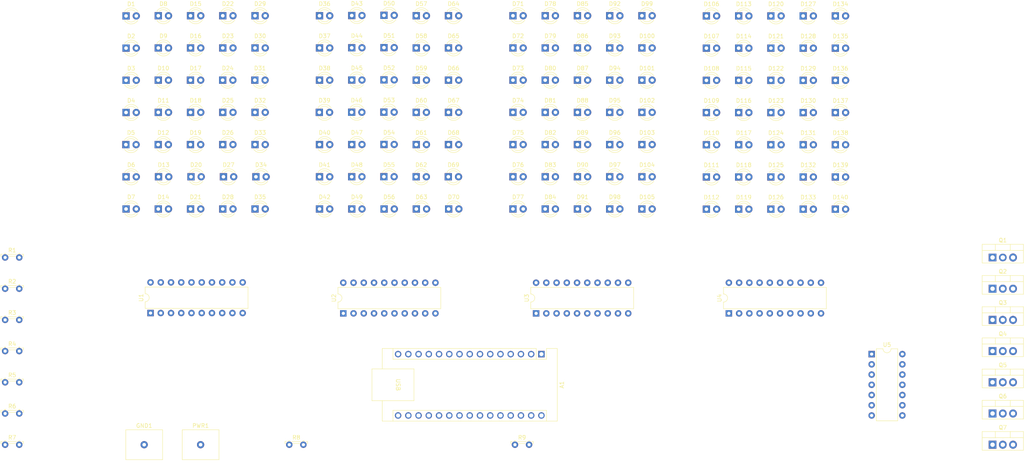
<source format=kicad_pcb>
(kicad_pcb (version 20240108) (generator "pcbnew") (generator_version "8.0")
  (layers (0 "F.Cu" signal) (31 "B.Cu" signal) (34 "B.Paste" user) (35 "F.Paste" user) (36 "B.SilkS" user "B.Silkscreen") (37 "F.SilkS" user "F.Silkscreen") (38 "B.Mask" user) (39 "F.Mask" user) (44 "Edge.Cuts" user))
  (net 0 "")
  (net 1 "Net-(A1-+5V)")
  (net 4 "Net-(A1-A7)")
  (net 5 "Net-(A1-D7)")
  (net 8 "Net-(A1-D5)")
  (net 10 "Net-(A1-A4)")
  (net 12 "Net-(A1-D2)")
  (net 19 "Net-(A1-VIN)")
  (net 20 "Net-(A1-D6)")
  (net 21 "Net-(A1-A6)")
  (net 22 "Net-(A1-D3)")
  (net 23 "Net-(A1-A5)")
  (net 26 "Net-(A1-A3)")
  (net 27 "Net-(A1-D4)")
  (net 30 "Net-(D1-K)")
  (net 31 "Net-(D1-A)")
  (net 32 "Net-(D100-A)")
  (net 33 "Net-(D10-A)")
  (net 34 "Net-(D102-A)")
  (net 35 "Net-(D103-A)")
  (net 36 "Net-(D104-A)")
  (net 37 "Net-(D105-A)")
  (net 38 "Net-(D10-K)")
  (net 39 "Net-(D15-K)")
  (net 40 "Net-(D22-K)")
  (net 41 "Net-(D29-K)")
  (net 42 "Net-(D36-K)")
  (net 43 "Net-(D43-K)")
  (net 44 "Net-(D50-K)")
  (net 45 "Net-(D57-K)")
  (net 46 "Net-(D64-K)")
  (net 47 "Net-(D71-K)")
  (net 48 "Net-(D78-K)")
  (net 49 "Net-(D85-K)")
  (net 50 "Net-(D92-K)")
  (net 51 "Net-(D100-K)")
  (net 52 "Net-(D106-K)")
  (net 53 "Net-(D113-K)")
  (net 54 "Net-(D120-K)")
  (net 55 "Net-(D127-K)")
  (net 56 "Net-(D134-K)")
  (net 57 "Net-(Q1-G)")
  (net 58 "Net-(Q2-G)")
  (net 59 "Net-(Q3-G)")
  (net 60 "Net-(Q4-G)")
  (net 61 "Net-(Q5-G)")
  (net 62 "Net-(Q6-G)")
  (net 63 "Net-(Q7-G)")
  (net 64 "Net-(GND1-Pin_1)")
  (net 90 "Net-(PWR1-Pin_1)")
  (footprint "LED_THT:LED_D3.0mm_IRBlack" (layer "F.Cu") (at 111.01 87.95)
    (property "Reference" "D49" (at 1.27 -2.96 0) (layer "F.SilkS"))
    (property "Value" "IR204A" (hide yes))
    (pad "1" thru_hole rect (at 0 0) (size 1.8 1.8) (drill 0.9) (layers "*.Cu" "*.Mask") (net 43 "Net-(D43-K)"))
    (pad "2" thru_hole circle (at 2.54 0) (size 1.8 1.8) (drill 0.9) (layers "*.Cu" "*.Mask") (net 37 "Net-(D105-A)"))
  )
  (footprint "LED_THT:LED_D3.0mm_IRBlack" (layer "F.Cu") (at 199 64)
    (property "Reference" "D109" (at 1.27 -2.96 0) (layer "F.SilkS"))
    (property "Value" "IR204A" (hide yes))
    (pad "1" thru_hole rect (at 0 0) (size 1.8 1.8) (drill 0.9) (layers "*.Cu" "*.Mask") (net 52 "Net-(D106-K)"))
    (pad "2" thru_hole circle (at 2.54 0) (size 1.8 1.8) (drill 0.9) (layers "*.Cu" "*.Mask") (net 34 "Net-(D102-A)"))
  )
  (footprint "LED_THT:LED_D3.0mm_IRBlack" (layer "F.Cu") (at 175 55.95)
    (property "Reference" "D94" (at 1.27 -2.96 0) (layer "F.SilkS"))
    (property "Value" "IR204A" (hide yes))
    (pad "1" thru_hole rect (at 0 0) (size 1.8 1.8) (drill 0.9) (layers "*.Cu" "*.Mask") (net 50 "Net-(D92-K)"))
    (pad "2" thru_hole circle (at 2.54 0) (size 1.8 1.8) (drill 0.9) (layers "*.Cu" "*.Mask") (net 33 "Net-(D10-A)"))
  )
  (footprint "LED_THT:LED_D3.0mm_IRBlack" (layer "F.Cu") (at 215 80)
    (property "Reference" "D125" (at 1.27 -2.96 0) (layer "F.SilkS"))
    (property "Value" "IR204A" (hide yes))
    (pad "1" thru_hole rect (at 0 0) (size 1.8 1.8) (drill 0.9) (layers "*.Cu" "*.Mask") (net 54 "Net-(D120-K)"))
    (pad "2" thru_hole circle (at 2.54 0) (size 1.8 1.8) (drill 0.9) (layers "*.Cu" "*.Mask") (net 36 "Net-(D104-A)"))
  )
  (footprint "LED_THT:LED_D3.0mm_IRBlack" (layer "F.Cu") (at 79 47.95)
    (property "Reference" "D23" (at 1.27 -2.96 0) (layer "F.SilkS"))
    (property "Value" "IR204A" (hide yes))
    (pad "1" thru_hole rect (at 0 0) (size 1.8 1.8) (drill 0.9) (layers "*.Cu" "*.Mask") (net 40 "Net-(D22-K)"))
    (pad "2" thru_hole circle (at 2.54 0) (size 1.8 1.8) (drill 0.9) (layers "*.Cu" "*.Mask") (net 32 "Net-(D100-A)"))
  )
  (footprint "LED_THT:LED_D3.0mm_IRBlack" (layer "F.Cu") (at 223 40)
    (property "Reference" "D127" (at 1.27 -2.96 0) (layer "F.SilkS"))
    (property "Value" "IR204A" (hide yes))
    (pad "1" thru_hole rect (at 0 0) (size 1.8 1.8) (drill 0.9) (layers "*.Cu" "*.Mask") (net 55 "Net-(D127-K)"))
    (pad "2" thru_hole circle (at 2.54 0) (size 1.8 1.8) (drill 0.9) (layers "*.Cu" "*.Mask") (net 31 "Net-(D1-A)"))
  )
  (footprint "Package_TO_SOT_THT:TO-220-3_Vertical" (layer "F.Cu") (at 270 123.25)
    (property "Reference" "Q4" (at 2.54 -4.27 0) (layer "F.SilkS"))
    (property "Value" "NMOS")
    (pad "1" thru_hole rect (at 0 0) (size 1.905 2) (drill 1.1) (layers "*.Cu" "*.Mask") (net 60 "Net-(Q4-G)"))
    (pad "2" thru_hole oval (at 2.54 0) (size 1.905 2) (drill 1.1) (layers "*.Cu" "*.Mask") (net 34 "Net-(D102-A)"))
    (pad "3" thru_hole oval (at 5.08 0) (size 1.905 2) (drill 1.1) (layers "*.Cu" "*.Mask") (net 64 "Net-(GND1-Pin_1)"))
  )
  (footprint "OptoDevice:R_LDR_5.2x5.2mm_P3.5mm_Horizontal" (layer "F.Cu") (at 151.5 146.5)
    (property "Reference" "R9" (at 1.75 -1.79 0) (layer "F.SilkS"))
    (property "Value" "1.0k")
    (pad "1" thru_hole circle (at 0 0) (size 1.6 1.6) (drill 0.8) (layers "*.Cu" "*.Mask") (net 19 "Net-(A1-VIN)"))
    (pad "2" thru_hole circle (at 3.5 0) (size 1.6 1.6) (drill 0.8) (layers "*.Cu" "*.Mask") (net 64 "Net-(GND1-Pin_1)"))
  )
  (footprint "Package_DIP:DIP-20_W7.62mm" (layer "F.Cu") (at 156.741666 113.88 90)
    (property "Reference" "U3" (at 3.81 -2.33 270) (layer "F.SilkS"))
    (property "Value" "74LS573")
    (pad "1" thru_hole rect (at 0 0 90) (size 1.6 1.6) (drill 0.8) (layers "*.Cu" "*.Mask") (net 64 "Net-(GND1-Pin_1)"))
    (pad "2" thru_hole oval (at 0 2.54 90) (size 1.6 1.6) (drill 0.8) (layers "*.Cu" "*.Mask"))
    (pad "3" thru_hole oval (at 0 5.08 90) (size 1.6 1.6) (drill 0.8) (layers "*.Cu" "*.Mask") (net 5 "Net-(A1-D7)"))
    (pad "4" thru_hole oval (at 0 7.62 90) (size 1.6 1.6) (drill 0.8) (layers "*.Cu" "*.Mask") (net 20 "Net-(A1-D6)"))
    (pad "5" thru_hole oval (at 0 10.16 90) (size 1.6 1.6) (drill 0.8) (layers "*.Cu" "*.Mask") (net 8 "Net-(A1-D5)"))
    (pad "6" thru_hole oval (at 0 12.7 90) (size 1.6 1.6) (drill 0.8) (layers "*.Cu" "*.Mask") (net 27 "Net-(A1-D4)"))
    (pad "7" thru_hole oval (at 0 15.24 90) (size 1.6 1.6) (drill 0.8) (layers "*.Cu" "*.Mask") (net 22 "Net-(A1-D3)"))
    (pad "8" thru_hole oval (at 0 17.78 90) (size 1.6 1.6) (drill 0.8) (layers "*.Cu" "*.Mask"))
    (pad "9" thru_hole oval (at 0 20.32 90) (size 1.6 1.6) (drill 0.8) (layers "*.Cu" "*.Mask"))
    (pad "10" thru_hole oval (at 0 22.86 90) (size 1.6 1.6) (drill 0.8) (layers "*.Cu" "*.Mask") (net 64 "Net-(GND1-Pin_1)"))
    (pad "11" thru_hole oval (at 7.62 22.86 90) (size 1.6 1.6) (drill 0.8) (layers "*.Cu" "*.Mask") (net 23 "Net-(A1-A5)"))
    (pad "12" thru_hole oval (at 7.62 20.32 90) (size 1.6 1.6) (drill 0.8) (layers "*.Cu" "*.Mask"))
    (pad "13" thru_hole oval (at 7.62 17.78 90) (size 1.6 1.6) (drill 0.8) (layers "*.Cu" "*.Mask"))
    (pad "14" thru_hole oval (at 7.62 15.24 90) (size 1.6 1.6) (drill 0.8) (layers "*.Cu" "*.Mask") (net 51 "Net-(D100-K)"))
    (pad "15" thru_hole oval (at 7.62 12.7 90) (size 1.6 1.6) (drill 0.8) (layers "*.Cu" "*.Mask") (net 50 "Net-(D92-K)"))
    (pad "16" thru_hole oval (at 7.62 10.16 90) (size 1.6 1.6) (drill 0.8) (layers "*.Cu" "*.Mask") (net 49 "Net-(D85-K)"))
    (pad "17" thru_hole oval (at 7.62 7.62 90) (size 1.6 1.6) (drill 0.8) (layers "*.Cu" "*.Mask") (net 48 "Net-(D78-K)"))
    (pad "18" thru_hole oval (at 7.62 5.08 90) (size 1.6 1.6) (drill 0.8) (layers "*.Cu" "*.Mask") (net 47 "Net-(D71-K)"))
    (pad "19" thru_hole oval (at 7.62 2.54 90) (size 1.6 1.6) (drill 0.8) (layers "*.Cu" "*.Mask"))
    (pad "20" thru_hole oval (at 7.62 0 90) (size 1.6 1.6) (drill 0.8) (layers "*.Cu" "*.Mask") (net 1 "Net-(A1-+5V)"))
  )
  (footprint "LED_THT:LED_D3.0mm_IRBlack" (layer "F.Cu") (at 159 71.95)
    (property "Reference" "D82" (at 1.27 -2.96 0) (layer "F.SilkS"))
    (property "Value" "IR204A" (hide yes))
    (pad "1" thru_hole rect (at 0 0) (size 1.8 1.8) (drill 0.9) (layers "*.Cu" "*.Mask") (net 48 "Net-(D78-K)"))
    (pad "2" thru_hole circle (at 2.54 0) (size 1.8 1.8) (drill 0.9) (layers "*.Cu" "*.Mask") (net 35 "Net-(D103-A)"))
  )
  (footprint "LED_THT:LED_D3.0mm_IRBlack" (layer "F.Cu") (at 159 79.95)
    (property "Reference" "D83" (at 1.27 -2.96 0) (layer "F.SilkS"))
    (property "Value" "IR204A" (hide yes))
    (pad "1" thru_hole rect (at 0 0) (size 1.8 1.8) (drill 0.9) (layers "*.Cu" "*.Mask") (net 48 "Net-(D78-K)"))
    (pad "2" thru_hole circle (at 2.54 0) (size 1.8 1.8) (drill 0.9) (layers "*.Cu" "*.Mask") (net 36 "Net-(D104-A)"))
  )
  (footprint "LED_THT:LED_D3.0mm_IRBlack" (layer "F.Cu") (at 79.16875 79.95)
    (property "Reference" "D27" (at 1.27 -2.96 0) (layer "F.SilkS"))
    (property "Value" "IR204A" (hide yes))
    (pad "1" thru_hole rect (at 0 0) (size 1.8 1.8) (drill 0.9) (layers "*.Cu" "*.Mask") (net 40 "Net-(D22-K)"))
    (pad "2" thru_hole circle (at 2.54 0) (size 1.8 1.8) (drill 0.9) (layers "*.Cu" "*.Mask") (net 36 "Net-(D104-A)"))
  )
  (footprint "LED_THT:LED_D3.0mm_IRBlack" (layer "F.Cu") (at 151 87.95)
    (property "Reference" "D77" (at 1.27 -2.96 0) (layer "F.SilkS"))
    (property "Value" "IR204A" (hide yes))
    (pad "1" thru_hole rect (at 0 0) (size 1.8 1.8) (drill 0.9) (layers "*.Cu" "*.Mask") (net 47 "Net-(D71-K)"))
    (pad "2" thru_hole circle (at 2.54 0) (size 1.8 1.8) (drill 0.9) (layers "*.Cu" "*.Mask") (net 37 "Net-(D105-A)"))
  )
  (footprint "LED_THT:LED_D3.0mm_IRBlack" (layer "F.Cu") (at 231 48)
    (property "Reference" "D135" (at 1.27 -2.96 0) (layer "F.SilkS"))
    (property "Value" "IR204A" (hide yes))
    (pad "1" thru_hole rect (at 0 0) (size 1.8 1.8) (drill 0.9) (layers "*.Cu" "*.Mask") (net 56 "Net-(D134-K)"))
    (pad "2" thru_hole circle (at 2.54 0) (size 1.8 1.8) (drill 0.9) (layers "*.Cu" "*.Mask") (net 32 "Net-(D100-A)"))
  )
  (footprint "LED_THT:LED_D3.0mm_IRBlack" (layer "F.Cu") (at 207 72)
    (property "Reference" "D117" (at 1.27 -2.96 0) (layer "F.SilkS"))
    (property "Value" "IR204A" (hide yes))
    (pad "1" thru_hole rect (at 0 0) (size 1.8 1.8) (drill 0.9) (layers "*.Cu" "*.Mask") (net 53 "Net-(D113-K)"))
    (pad "2" thru_hole circle (at 2.54 0) (size 1.8 1.8) (drill 0.9) (layers "*.Cu" "*.Mask") (net 35 "Net-(D103-A)"))
  )
  (footprint "LED_THT:LED_D3.0mm_IRBlack" (layer "F.Cu") (at 231 64)
    (property "Reference" "D137" (at 1.27 -2.96 0) (layer "F.SilkS"))
    (property "Value" "IR204A" (hide yes))
    (pad "1" thru_hole rect (at 0 0) (size 1.8 1.8) (drill 0.9) (layers "*.Cu" "*.Mask") (net 56 "Net-(D134-K)"))
    (pad "2" thru_hole circle (at 2.54 0) (size 1.8 1.8) (drill 0.9) (layers "*.Cu" "*.Mask") (net 34 "Net-(D102-A)"))
  )
  (footprint "LED_THT:LED_D3.0mm_IRBlack" (layer "F.Cu") (at 71 87.95)
    (property "Reference" "D21" (at 1.27 -2.96 0) (layer "F.SilkS"))
    (property "Value" "IR204A" (hide yes))
    (pad "1" thru_hole rect (at 0 0) (size 1.8 1.8) (drill 0.9) (layers "*.Cu" "*.Mask") (net 39 "Net-(D15-K)"))
    (pad "2" thru_hole circle (at 2.54 0) (size 1.8 1.8) (drill 0.9) (layers "*.Cu" "*.Mask") (net 37 "Net-(D105-A)"))
  )
  (footprint "LED_THT:LED_D3.0mm_IRBlack" (layer "F.Cu") (at 103 39.95)
    (property "Reference" "D36" (at 1.27 -2.96 0) (layer "F.SilkS"))
    (property "Value" "IR204A" (hide yes))
    (pad "1" thru_hole rect (at 0 0) (size 1.8 1.8) (drill 0.9) (layers "*.Cu" "*.Mask") (net 42 "Net-(D36-K)"))
    (pad "2" thru_hole circle (at 2.54 0) (size 1.8 1.8) (drill 0.9) (layers "*.Cu" "*.Mask") (net 31 "Net-(D1-A)"))
  )
  (footprint "LED_THT:LED_D3.0mm_IRBlack" (layer "F.Cu") (at 175 87.95)
    (property "Reference" "D98" (at 1.27 -2.96 0) (layer "F.SilkS"))
    (property "Value" "IR204A" (hide yes))
    (pad "1" thru_hole rect (at 0 0) (size 1.8 1.8) (drill 0.9) (layers "*.Cu" "*.Mask") (net 50 "Net-(D92-K)"))
    (pad "2" thru_hole circle (at 2.54 0) (size 1.8 1.8) (drill 0.9) (layers "*.Cu" "*.Mask") (net 37 "Net-(D105-A)"))
  )
  (footprint "LED_THT:LED_D3.0mm_IRBlack" (layer "F.Cu") (at 87 63.95)
    (property "Reference" "D32" (at 1.27 -2.96 0) (layer "F.SilkS"))
    (property "Value" "IR204A" (hide yes))
    (pad "1" thru_hole rect (at 0 0) (size 1.8 1.8) (drill 0.9) (layers "*.Cu" "*.Mask") (net 41 "Net-(D29-K)"))
    (pad "2" thru_hole circle (at 2.54 0) (size 1.8 1.8) (drill 0.9) (layers "*.Cu" "*.Mask") (net 34 "Net-(D102-A)"))
  )
  (footprint "LED_THT:LED_D3.0mm_IRBlack" (layer "F.Cu") (at 175 63.95)
    (property "Reference" "D95" (at 1.27 -2.96 0) (layer "F.SilkS"))
    (property "Value" "IR204A" (hide yes))
    (pad "1" thru_hole rect (at 0 0) (size 1.8 1.8) (drill 0.9) (layers "*.Cu" "*.Mask") (net 50 "Net-(D92-K)"))
    (pad "2" thru_hole circle (at 2.54 0) (size 1.8 1.8) (drill 0.9) (layers "*.Cu" "*.Mask") (net 34 "Net-(D102-A)"))
  )
  (footprint "LED_THT:LED_D3.0mm_IRBlack" (layer "F.Cu") (at 63 87.95)
    (property "Reference" "D14" (at 1.27 -2.96 0) (layer "F.SilkS"))
    (property "Value" "IR204A" (hide yes))
    (pad "1" thru_hole rect (at 0 0) (size 1.8 1.8) (drill 0.9) (layers "*.Cu" "*.Mask") (net 38 "Net-(D10-K)"))
    (pad "2" thru_hole circle (at 2.54 0) (size 1.8 1.8) (drill 0.9) (layers "*.Cu" "*.Mask") (net 37 "Net-(D105-A)"))
  )
  (footprint "LED_THT:LED_D3.0mm_IRBlack" (layer "F.Cu") (at 207 80)
    (property "Reference" "D118" (at 1.27 -2.96 0) (layer "F.SilkS"))
    (property "Value" "IR204A" (hide yes))
    (pad "1" thru_hole rect (at 0 0) (size 1.8 1.8) (drill 0.9) (layers "*.Cu" "*.Mask") (net 53 "Net-(D113-K)"))
    (pad "2" thru_hole circle (at 2.54 0) (size 1.8 1.8) (drill 0.9) (layers "*.Cu" "*.Mask") (net 36 "Net-(D104-A)"))
  )
  (footprint "LED_THT:LED_D3.0mm_IRBlack" (layer "F.Cu") (at 71 39.95)
    (property "Reference" "D15" (at 1.27 -2.96 0) (layer "F.SilkS"))
    (property "Value" "IR204A" (hide yes))
    (pad "1" thru_hole rect (at 0 0) (size 1.8 1.8) (drill 0.9) (layers "*.Cu" "*.Mask") (net 39 "Net-(D15-K)"))
    (pad "2" thru_hole circle (at 2.54 0) (size 1.8 1.8) (drill 0.9) (layers "*.Cu" "*.Mask") (net 31 "Net-(D1-A)"))
  )
  (footprint "LED_THT:LED_D3.0mm_IRBlack" (layer "F.Cu") (at 183 87.95)
    (property "Reference" "D105" (at 1.27 -2.96 0) (layer "F.SilkS"))
    (property "Value" "IR204A" (hide yes))
    (pad "1" thru_hole rect (at 0 0) (size 1.8 1.8) (drill 0.9) (layers "*.Cu" "*.Mask") (net 51 "Net-(D100-K)"))
    (pad "2" thru_hole circle (at 2.54 0) (size 1.8 1.8) (drill 0.9) (layers "*.Cu" "*.Mask") (net 37 "Net-(D105-A)"))
  )
  (footprint "Package_TO_SOT_THT:TO-220-3_Vertical" (layer "F.Cu") (at 270 115.5)
    (property "Reference" "Q3" (at 2.54 -4.27 0) (layer "F.SilkS"))
    (property "Value" "NMOS")
    (pad "1" thru_hole rect (at 0 0) (size 1.905 2) (drill 1.1) (layers "*.Cu" "*.Mask") (net 59 "Net-(Q3-G)"))
    (pad "2" thru_hole oval (at 2.54 0) (size 1.905 2) (drill 1.1) (layers "*.Cu" "*.Mask") (net 33 "Net-(D10-A)"))
    (pad "3" thru_hole oval (at 5.08 0) (size 1.905 2) (drill 1.1) (layers "*.Cu" "*.Mask") (net 64 "Net-(GND1-Pin_1)"))
  )
  (footprint "LED_THT:LED_D3.0mm_IRBlack" (layer "F.Cu") (at 183 71.95)
    (property "Reference" "D103" (at 1.27 -2.96 0) (layer "F.SilkS"))
    (property "Value" "IR204A" (hide yes))
    (pad "1" thru_hole rect (at 0 0) (size 1.8 1.8) (drill 0.9) (layers "*.Cu" "*.Mask") (net 51 "Net-(D100-K)"))
    (pad "2" thru_hole circle (at 2.54 0) (size 1.8 1.8) (drill 0.9) (layers "*.Cu" "*.Mask") (net 35 "Net-(D103-A)"))
  )
  (footprint "LED_THT:LED_D3.0mm_IRBlack" (layer "F.Cu") (at 215 40)
    (property "Reference" "D120" (at 1.27 -2.96 0) (layer "F.SilkS"))
    (property "Value" "IR204A" (hide yes))
    (pad "1" thru_hole rect (at 0 0) (size 1.8 1.8) (drill 0.9) (layers "*.Cu" "*.Mask") (net 54 "Net-(D120-K)"))
    (pad "2" thru_hole circle (at 2.54 0) (size 1.8 1.8) (drill 0.9) (layers "*.Cu" "*.Mask") (net 31 "Net-(D1-A)"))
  )
  (footprint "LED_THT:LED_D3.0mm_IRBlack" (layer "F.Cu") (at 207 48)
    (property "Reference" "D114" (at 1.27 -2.96 0) (layer "F.SilkS"))
    (property "Value" "IR204A" (hide yes))
    (pad "1" thru_hole rect (at 0 0) (size 1.8 1.8) (drill 0.9) (layers "*.Cu" "*.Mask") (net 53 "Net-(D113-K)"))
    (pad "2" thru_hole circle (at 2.54 0) (size 1.8 1.8) (drill 0.9) (layers "*.Cu" "*.Mask") (net 32 "Net-(D100-A)"))
  )
  (footprint "LED_THT:LED_D3.0mm_IRBlack" (layer "F.Cu") (at 127 39.95)
    (property "Reference" "D57" (at 1.27 -2.96 0) (layer "F.SilkS"))
    (property "Value" "IR204A" (hide yes))
    (pad "1" thru_hole rect (at 0 0) (size 1.8 1.8) (drill 0.9) (layers "*.Cu" "*.Mask") (net 45 "Net-(D57-K)"))
    (pad "2" thru_hole circle (at 2.54 0) (size 1.8 1.8) (drill 0.9) (layers "*.Cu" "*.Mask") (net 31 "Net-(D1-A)"))
  )
  (footprint "LED_THT:LED_D3.0mm_IRBlack" (layer "F.Cu") (at 167 55.95)
    (property "Reference" "D87" (at 1.27 -2.96 0) (layer "F.SilkS"))
    (property "Value" "IR204A" (hide yes))
    (pad "1" thru_hole rect (at 0 0) (size 1.8 1.8) (drill 0.9) (layers "*.Cu" "*.Mask") (net 49 "Net-(D85-K)"))
    (pad "2" thru_hole circle (at 2.54 0) (size 1.8 1.8) (drill 0.9) (layers "*.Cu" "*.Mask") (net 33 "Net-(D10-A)"))
  )
  (footprint "LED_THT:LED_D3.0mm_IRBlack" (layer "F.Cu") (at 151 55.95)
    (property "Reference" "D73" (at 1.27 -2.96 0) (layer "F.SilkS"))
    (property "Value" "IR204A" (hide yes))
    (pad "1" thru_hole rect (at 0 0) (size 1.8 1.8) (drill 0.9) (layers "*.Cu" "*.Mask") (net 47 "Net-(D71-K)"))
    (pad "2" thru_hole circle (at 2.54 0) (size 1.8 1.8) (drill 0.9) (layers "*.Cu" "*.Mask") (net 33 "Net-(D10-A)"))
  )
  (footprint "LED_THT:LED_D3.0mm_IRBlack" (layer "F.Cu") (at 119 55.883332)
    (property "Reference" "D52" (at 1.27 -2.96 0) (layer "F.SilkS"))
    (property "Value" "IR204A" (hide yes))
    (pad "1" thru_hole rect (at 0 0) (size 1.8 1.8) (drill 0.9) (layers "*.Cu" "*.Mask") (net 44 "Net-(D50-K)"))
    (pad "2" thru_hole circle (at 2.54 0) (size 1.8 1.8) (drill 0.9) (layers "*.Cu" "*.Mask") (net 33 "Net-(D10-A)"))
  )
  (footprint "Package_TO_SOT_THT:TO-220-3_Vertical" (layer "F.Cu") (at 270 107.75)
    (property "Reference" "Q2" (at 2.54 -4.27 0) (layer "F.SilkS"))
    (property "Value" "NMOS")
    (pad "1" thru_hole rect (at 0 0) (size 1.905 2) (drill 1.1) (layers "*.Cu" "*.Mask") (net 58 "Net-(Q2-G)"))
    (pad "2" thru_hole oval (at 2.54 0) (size 1.905 2) (drill 1.1) (layers "*.Cu" "*.Mask") (net 32 "Net-(D100-A)"))
    (pad "3" thru_hole oval (at 5.08 0) (size 1.905 2) (drill 1.1) (layers "*.Cu" "*.Mask") (net 64 "Net-(GND1-Pin_1)"))
  )
  (footprint "LED_THT:LED_D3.0mm_IRBlack" (layer "F.Cu") (at 119 39.85)
    (property "Reference" "D50" (at 1.27 -2.96 0) (layer "F.SilkS"))
    (property "Value" "IR204A" (hide yes))
    (pad "1" thru_hole rect (at 0 0) (size 1.8 1.8) (drill 0.9) (layers "*.Cu" "*.Mask") (net 44 "Net-(D50-K)"))
    (pad "2" thru_hole circle (at 2.54 0) (size 1.8 1.8) (drill 0.9) (layers "*.Cu" "*.Mask") (net 31 "Net-(D1-A)"))
  )
  (footprint "LED_THT:LED_D3.0mm_IRBlack" (layer "F.Cu") (at 110.97 63.924999)
    (property "Reference" "D46" (at 1.27 -2.96 0) (layer "F.SilkS"))
    (property "Value" "IR204A" (hide yes))
    (pad "1" thru_hole rect (at 0 0) (size 1.8 1.8) (drill 0.9) (layers "*.Cu" "*.Mask") (net 43 "Net-(D43-K)"))
    (pad "2" thru_hole circle (at 2.54 0) (size 1.8 1.8) (drill 0.9) (layers "*.Cu" "*.Mask") (net 34 "Net-(D102-A)"))
  )
  (footprint "LED_THT:LED_D3.0mm_IRBlack" (layer "F.Cu") (at 78.97 55.95)
    (property "Reference" "D24" (at 1.27 -2.96 0) (layer "F.SilkS"))
    (property "Value" "IR204A" (hide yes))
    (pad "1" thru_hole rect (at 0 0) (size 1.8 1.8) (drill 0.9) (layers "*.Cu" "*.Mask") (net 40 "Net-(D22-K)"))
    (pad "2" thru_hole circle (at 2.54 0) (size 1.8 1.8) (drill 0.9) (layers "*.Cu" "*.Mask") (net 33 "Net-(D10-A)"))
  )
  (footprint "LED_THT:LED_D3.0mm_IRBlack" (layer "F.Cu") (at 63 63.95)
    (property "Reference" "D11" (at 1.27 -2.96 0) (layer "F.SilkS"))
    (property "Value" "IR204A" (hide yes))
    (pad "1" thru_hole rect (at 0 0) (size 1.8 1.8) (drill 0.9) (layers "*.Cu" "*.Mask") (net 38 "Net-(D10-K)"))
    (pad "2" thru_hole circle (at 2.54 0) (size 1.8 1.8) (drill 0.9) (layers "*.Cu" "*.Mask") (net 34 "Net-(D102-A)"))
  )
  (footprint "Package_DIP:DIP-14_W7.62mm" (layer "F.Cu") (at 240 124)
    (property "Reference" "U5" (at 3.81 -2.33 0) (layer "F.SilkS"))
    (property "Value" "74HC164")
    (pad "1" thru_hole rect (at 0 0) (size 1.6 1.6) (drill 0.8) (layers "*.Cu" "*.Mask") (net 12 "Net-(A1-D2)"))
    (pad "2" thru_hole oval (at 0 2.54) (size 1.6 1.6) (drill 0.8) (layers "*.Cu" "*.Mask") (net 1 "Net-(A1-+5V)"))
    (pad "3" thru_hole oval (at 0 5.08) (size 1.6 1.6) (drill 0.8) (layers "*.Cu" "*.Mask") (net 57 "Net-(Q1-G)"))
    (pad "4" thru_hole oval (at 0 7.62) (size 1.6 1.6) (drill 0.8) (layers "*.Cu" "*.Mask") (net 58 "Net-(Q2-G)"))
    (pad "5" thru_hole oval (at 0 10.16) (size 1.6 1.6) (drill 0.8) (layers "*.Cu" "*.Mask") (net 59 "Net-(Q3-G)"))
    (pad "6" thru_hole oval (at 0 12.7) (size 1.6 1.6) (drill 0.8) (layers "*.Cu" "*.Mask") (net 60 "Net-(Q4-G)"))
    (pad "7" thru_hole oval (at 0 15.24) (size 1.6 1.6) (drill 0.8) (layers "*.Cu" "*.Mask") (net 64 "Net-(GND1-Pin_1)"))
    (pad "8" thru_hole oval (at 7.62 15.24) (size 1.6 1.6) (drill 0.8) (layers "*.Cu" "*.Mask") (net 26 "Net-(A1-A3)"))
    (pad "9" thru_hole oval (at 7.62 12.7) (size 1.6 1.6) (drill 0.8) (layers "*.Cu" "*.Mask") (net 1 "Net-(A1-+5V)"))
    (pad "10" thru_hole oval (at 7.62 10.16) (size 1.6 1.6) (drill 0.8) (layers "*.Cu" "*.Mask") (net 61 "Net-(Q5-G)"))
    (pad "11" thru_hole oval (at 7.62 7.62) (size 1.6 1.6) (drill 0.8) (layers "*.Cu" "*.Mask") (net 62 "Net-(Q6-G)"))
    (pad "12" thru_hole oval (at 7.62 5.08) (size 1.6 1.6) (drill 0.8) (layers "*.Cu" "*.Mask") (net 63 "Net-(Q7-G)"))
    (pad "13" thru_hole oval (at 7.62 2.54) (size 1.6 1.6) (drill 0.8) (layers "*.Cu" "*.Mask"))
    (pad "14" thru_hole oval (at 7.62 0) (size 1.6 1.6) (drill 0.8) (layers "*.Cu" "*.Mask") (net 1 "Net-(A1-+5V)"))
  )
  (footprint "LED_THT:LED_D3.0mm_IRBlack" (layer "F.Cu") (at 118.98 63.899998)
    (property "Reference" "D53" (at 1.27 -2.96 0) (layer "F.SilkS"))
    (property "Value" "IR204A" (hide yes))
    (pad "1" thru_hole rect (at 0 0) (size 1.8 1.8) (drill 0.9) (layers "*.Cu" "*.Mask") (net 44 "Net-(D50-K)"))
    (pad "2" thru_hole circle (at 2.54 0) (size 1.8 1.8) (drill 0.9) (layers "*.Cu" "*.Mask") (net 34 "Net-(D102-A)"))
  )
  (footprint "LED_THT:LED_D3.0mm_IRBlack" (layer "F.Cu") (at 87 47.95)
    (property "Reference" "D30" (at 1.27 -2.96 0) (layer "F.SilkS"))
    (property "Value" "IR204A" (hide yes))
    (pad "1" thru_hole rect (at 0 0) (size 1.8 1.8) (drill 0.9) (layers "*.Cu" "*.Mask") (net 41 "Net-(D29-K)"))
    (pad "2" thru_hole circle (at 2.54 0) (size 1.8 1.8) (drill 0.9) (layers "*.Cu" "*.Mask") (net 32 "Net-(D100-A)"))
  )
  (footprint "LED_THT:LED_D3.0mm_IRBlack" (layer "F.Cu") (at 111 39.9)
    (property "Reference" "D43" (at 1.27 -2.96 0) (layer "F.SilkS"))
    (property "Value" "IR204A" (hide yes))
    (pad "1" thru_hole rect (at 0 0) (size 1.8 1.8) (drill 0.9) (layers "*.Cu" "*.Mask") (net 43 "Net-(D43-K)"))
    (pad "2" thru_hole circle (at 2.54 0) (size 1.8 1.8) (drill 0.9) (layers "*.Cu" "*.Mask") (net 31 "Net-(D1-A)"))
  )
  (footprint "LED_THT:LED_D3.0mm_IRBlack" (layer "F.Cu") (at 183 55.95)
    (property "Reference" "D101" (at 1.27 -2.96 0) (layer "F.SilkS"))
    (property "Value" "IR204A" (hide yes))
    (pad "1" thru_hole rect (at 0 0) (size 1.8 1.8) (drill 0.9) (layers "*.Cu" "*.Mask") (net 51 "Net-(D100-K)"))
    (pad "2" thru_hole circle (at 2.54 0) (size 1.8 1.8) (drill 0.9) (layers "*.Cu" "*.Mask") (net 33 "Net-(D10-A)"))
  )
  (footprint "LED_THT:LED_D3.0mm_IRBlack" (layer "F.Cu") (at 103 79.95)
    (property "Reference" "D41" (at 1.27 -2.96 0) (layer "F.SilkS"))
    (property "Value" "IR204A" (hide yes))
    (pad "1" thru_hole rect (at 0 0) (size 1.8 1.8) (drill 0.9) (layers "*.Cu" "*.Mask") (net 42 "Net-(D36-K)"))
    (pad "2" thru_hole circle (at 2.54 0) (size 1.8 1.8) (drill 0.9) (layers "*.Cu" "*.Mask") (net 36 "Net-(D104-A)"))
  )
  (footprint "LED_THT:LED_D3.0mm_IRBlack" (layer "F.Cu") (at 135 71.95)
    (property "Reference" "D68" (at 1.27 -2.96 0) (layer "F.SilkS"))
    (property "Value" "IR204A" (hide yes))
    (pad "1" thru_hole rect (at 0 0) (size 1.8 1.8) (drill 0.9) (layers "*.Cu" "*.Mask") (net 46 "Net-(D64-K)"))
    (pad "2" thru_hole circle (at 2.54 0) (size 1.8 1.8) (drill 0.9) (layers "*.Cu" "*.Mask") (net 35 "Net-(D103-A)"))
  )
  (footprint "LED_THT:LED_D3.0mm_IRBlack" (layer "F.Cu") (at 223 56)
    (property "Reference" "D129" (at 1.27 -2.96 0) (layer "F.SilkS"))
    (property "Value" "IR204A" (hide yes))
    (pad "1" thru_hole rect (at 0 0) (size 1.8 1.8) (drill 0.9) (layers "*.Cu" "*.Mask") (net 55 "Net-(D127-K)"))
    (pad "2" thru_hole circle (at 2.54 0) (size 1.8 1.8) (drill 0.9) (layers "*.Cu" "*.Mask") (net 33 "Net-(D10-A)"))
  )
  (footprint "TerminalBlock_MetzConnect:TerminalBlock_MetzConnect_360271_1x01_Horizontal_ScrewM3.0_Boxed" (layer "F.Cu") (at 73.5 146.5)
    (property "Reference" "PWR1" (at 0 -4.71 0) (layer "F.SilkS"))
    (property "Value" "24V, 0.160A")
    (pad "1" thru_hole circle (at 0 0) (size 1.8 1.8) (drill 0.9) (layers "*.Cu" "*.Mask") (net 90 "Net-(PWR1-Pin_1)"))
  )
  (footprint "LED_THT:LED_D3.0mm_IRBlack" (layer "F.Cu") (at 63.05625 79.95)
    (property "Reference" "D13" (at 1.27 -2.96 0) (layer "F.SilkS"))
    (property "Value" "IR204A" (hide yes))
    (pad "1" thru_hole rect (at 0 0) (size 1.8 1.8) (drill 0.9) (layers "*.Cu" "*.Mask") (net 38 "Net-(D10-K)"))
    (pad "2" thru_hole circle (at 2.54 0) (size 1.8 1.8) (drill 0.9) (layers "*.Cu" "*.Mask") (net 36 "Net-(D104-A)"))
  )
  (footprint "LED_THT:LED_D3.0mm_IRBlack" (layer "F.Cu") (at 55 47.991666)
    (property "Reference" "D2" (at 1.27 -2.96 0) (layer "F.SilkS"))
    (property "Value" "IR204A" (hide yes))
    (pad "1" thru_hole rect (at 0 0) (size 1.8 1.8) (drill 0.9) (layers "*.Cu" "*.Mask") (net 30 "Net-(D1-K)"))
    (pad "2" thru_hole circle (at 2.54 0) (size 1.8 1.8) (drill 0.9) (layers "*.Cu" "*.Mask") (net 32 "Net-(D100-A)"))
  )
  (footprint "LED_THT:LED_D3.0mm_IRBlack" (layer "F.Cu") (at 103 71.95)
    (property "Reference" "D40" (at 1.27 -2.96 0) (layer "F.SilkS"))
    (property "Value" "IR204A" (hide yes))
    (pad "1" thru_hole rect (at 0 0) (size 1.8 1.8) (drill 0.9) (layers "*.Cu" "*.Mask") (net 42 "Net-(D36-K)"))
    (pad "2" thru_hole circle (at 2.54 0) (size 1.8 1.8) (drill 0.9) (layers "*.Cu" "*.Mask") (net 35 "Net-(D103-A)"))
  )
  (footprint "LED_THT:LED_D3.0mm_IRBlack" (layer "F.Cu") (at 183 63.95)
    (property "Reference" "D102" (at 1.27 -2.96 0) (layer "F.SilkS"))
    (property "Value" "IR204A" (hide yes))
    (pad "1" thru_hole rect (at 0 0) (size 1.8 1.8) (drill 0.9) (layers "*.Cu" "*.Mask") (net 51 "Net-(D100-K)"))
    (pad "2" thru_hole circle (at 2.54 0) (size 1.8 1.8) (drill 0.9) (layers "*.Cu" "*.Mask") (net 34 "Net-(D102-A)"))
  )
  (footprint "Package_DIP:DIP-20_W7.62mm" (layer "F.Cu") (at 204.575 113.88 90)
    (property "Reference" "U4" (at 3.81 -2.33 270) (layer "F.SilkS"))
    (property "Value" "74LS573")
    (pad "1" thru_hole rect (at 0 0 90) (size 1.6 1.6) (drill 0.8) (layers "*.Cu" "*.Mask") (net 64 "Net-(GND1-Pin_1)"))
    (pad "2" thru_hole oval (at 0 2.54 90) (size 1.6 1.6) (drill 0.8) (layers "*.Cu" "*.Mask"))
    (pad "3" thru_hole oval (at 0 5.08 90) (size 1.6 1.6) (drill 0.8) (layers "*.Cu" "*.Mask") (net 5 "Net-(A1-D7)"))
    (pad "4" thru_hole oval (at 0 7.62 90) (size 1.6 1.6) (drill 0.8) (layers "*.Cu" "*.Mask") (net 20 "Net-(A1-D6)"))
    (pad "5" thru_hole oval (at 0 10.16 90) (size 1.6 1.6) (drill 0.8) (layers "*.Cu" "*.Mask") (net 8 "Net-(A1-D5)"))
    (pad "6" thru_hole oval (at 0 12.7 90) (size 1.6 1.6) (drill 0.8) (layers "*.Cu" "*.Mask") (net 27 "Net-(A1-D4)"))
    (pad "7" thru_hole oval (at 0 15.24 90) (size 1.6 1.6) (drill 0.8) (layers "*.Cu" "*.Mask") (net 22 "Net-(A1-D3)"))
    (pad "8" thru_hole oval (at 0 17.78 90) (size 1.6 1.6) (drill 0.8) (layers "*.Cu" "*.Mask"))
    (pad "9" thru_hole oval (at 0 20.32 90) (size 1.6 1.6) (drill 0.8) (layers "*.Cu" "*.Mask"))
    (pad "10" thru_hole oval (at 0 22.86 90) (size 1.6 1.6) (drill 0.8) (layers "*.Cu" "*.Mask") (net 64 "Net-(GND1-Pin_1)"))
    (pad "11" thru_hole oval (at 7.62 22.86 90) (size 1.6 1.6) (drill 0.8) (layers "*.Cu" "*.Mask") (net 10 "Net-(A1-A4)"))
    (pad "12" thru_hole oval (at 7.62 20.32 90) (size 1.6 1.6) (drill 0.8) (layers "*.Cu" "*.Mask"))
    (pad "13" thru_hole oval (at 7.62 17.78 90) (size 1.6 1.6) (drill 0.8) (layers "*.Cu" "*.Mask"))
    (pad "14" thru_hole oval (at 7.62 15.24 90) (size 1.6 1.6) (drill 0.8) (layers "*.Cu" "*.Mask") (net 56 "Net-(D134-K)"))
    (pad "15" thru_hole oval (at 7.62 12.7 90) (size 1.6 1.6) (drill 0.8) (layers "*.Cu" "*.Mask") (net 55 "Net-(D127-K)"))
    (pad "16" thru_hole oval (at 7.62 10.16 90) (size 1.6 1.6) (drill 0.8) (layers "*.Cu" "*.Mask") (net 54 "Net-(D120-K)"))
    (pad "17" thru_hole oval (at 7.62 7.62 90) (size 1.6 1.6) (drill 0.8) (layers "*.Cu" "*.Mask") (net 53 "Net-(D113-K)"))
    (pad "18" thru_hole oval (at 7.62 5.08 90) (size 1.6 1.6) (drill 0.8) (layers "*.Cu" "*.Mask") (net 52 "Net-(D106-K)"))
    (pad "19" thru_hole oval (at 7.62 2.54 90) (size 1.6 1.6) (drill 0.8) (layers "*.Cu" "*.Mask"))
    (pad "20" thru_hole oval (at 7.62 0 90) (size 1.6 1.6) (drill 0.8) (layers "*.Cu" "*.Mask") (net 1 "Net-(A1-+5V)"))
  )
  (footprint "LED_THT:LED_D3.0mm_IRBlack" (layer "F.Cu") (at 55 79.95833)
    (property "Reference" "D6" (at 1.27 -2.96 0) (layer "F.SilkS"))
    (property "Value" "IR204A" (hide yes))
    (pad "1" thru_hole rect (at 0 0) (size 1.8 1.8) (drill 0.9) (layers "*.Cu" "*.Mask") (net 30 "Net-(D1-K)"))
    (pad "2" thru_hole circle (at 2.54 0) (size 1.8 1.8) (drill 0.9) (layers "*.Cu" "*.Mask") (net 36 "Net-(D104-A)"))
  )
  (footprint "LED_THT:LED_D3.0mm_IRBlack" (layer "F.Cu") (at 207 88)
    (property "Reference" "D119" (at 1.27 -2.96 0) (layer "F.SilkS"))
    (property "Value" "IR204A" (hide yes))
    (pad "1" thru_hole rect (at 0 0) (size 1.8 1.8) (drill 0.9) (layers "*.Cu" "*.Mask") (net 53 "Net-(D113-K)"))
    (pad "2" thru_hole circle (at 2.54 0) (size 1.8 1.8) (drill 0.9) (layers "*.Cu" "*.Mask") (net 37 "Net-(D105-A)"))
  )
  (footprint "LED_THT:LED_D3.0mm_IRBlack" (layer "F.Cu") (at 167 79.95)
    (property "Reference" "D90" (at 1.27 -2.96 0) (layer "F.SilkS"))
    (property "Value" "IR204A" (hide yes))
    (pad "1" thru_hole rect (at 0 0) (size 1.8 1.8) (drill 0.9) (layers "*.Cu" "*.Mask") (net 49 "Net-(D85-K)"))
    (pad "2" thru_hole circle (at 2.54 0) (size 1.8 1.8) (drill 0.9) (layers "*.Cu" "*.Mask") (net 36 "Net-(D104-A)"))
  )
  (footprint "LED_THT:LED_D3.0mm_IRBlack" (layer "F.Cu") (at 183 47.95)
    (property "Reference" "D100" (at 1.27 -2.96 0) (layer "F.SilkS"))
    (property "Value" "IR204A" (hide yes))
    (pad "1" thru_hole rect (at 0 0) (size 1.8 1.8) (drill 0.9) (layers "*.Cu" "*.Mask") (net 51 "Net-(D100-K)"))
    (pad "2" thru_hole circle (at 2.54 0) (size 1.8 1.8) (drill 0.9) (layers "*.Cu" "*.Mask") (net 32 "Net-(D100-A)"))
  )
  (footprint "LED_THT:LED_D3.0mm_IRBlack" (layer "F.Cu") (at 135 39.95)
    (property "Reference" "D64" (at 1.27 -2.96 0) (layer "F.SilkS"))
    (property "Value" "IR204A" (hide yes))
    (pad "1" thru_hole rect (at 0 0) (size 1.8 1.8) (drill 0.9) (layers "*.Cu" "*.Mask") (net 46 "Net-(D64-K)"))
    (pad "2" thru_hole circle (at 2.54 0) (size 1.8 1.8) (drill 0.9) (layers "*.Cu" "*.Mask") (net 31 "Net-(D1-A)"))
  )
  (footprint "LED_THT:LED_D3.0mm_IRBlack" (layer "F.Cu") (at 167 87.95)
    (property "Reference" "D91" (at 1.27 -2.96 0) (layer "F.SilkS"))
    (property "Value" "IR204A" (hide yes))
    (pad "1" thru_hole rect (at 0 0) (size 1.8 1.8) (drill 0.9) (layers "*.Cu" "*.Mask") (net 49 "Net-(D85-K)"))
    (pad "2" thru_hole circle (at 2.54 0) (size 1.8 1.8) (drill 0.9) (layers "*.Cu" "*.Mask") (net 37 "Net-(D105-A)"))
  )
  (footprint "LED_THT:LED_D3.0mm_IRBlack" (layer "F.Cu") (at 167 71.95)
    (property "Reference" "D89" (at 1.27 -2.96 0) (layer "F.SilkS"))
    (property "Value" "IR204A" (hide yes))
    (pad "1" thru_hole rect (at 0 0) (size 1.8 1.8) (drill 0.9) (layers "*.Cu" "*.Mask") (net 49 "Net-(D85-K)"))
    (pad "2" thru_hole circle (at 2.54 0) (size 1.8 1.8) (drill 0.9) (layers "*.Cu" "*.Mask") (net 35 "Net-(D103-A)"))
  )
  (footprint "LED_THT:LED_D3.0mm_IRBlack" (layer "F.Cu") (at 135 63.95)
    (property "Reference" "D67" (at 1.27 -2.96 0) (layer "F.SilkS"))
    (property "Value" "IR204A" (hide yes))
    (pad "1" thru_hole rect (at 0 0) (size 1.8 1.8) (drill 0.9) (layers "*.Cu" "*.Mask") (net 46 "Net-(D64-K)"))
    (pad "2" thru_hole circle (at 2.54 0) (size 1.8 1.8) (drill 0.9) (layers "*.Cu" "*.Mask") (net 34 "Net-(D102-A)"))
  )
  (footprint "OptoDevice:R_LDR_5.2x5.2mm_P3.5mm_Horizontal" (layer "F.Cu") (at 25 123.25)
    (property "Reference" "R4" (at 1.75 -1.79 0) (layer "F.SilkS"))
    (property "Value" "2.0k")
    (pad "1" thru_hole circle (at 0 0) (size 1.6 1.6) (drill 0.8) (layers "*.Cu" "*.Mask") (net 90 "Net-(PWR1-Pin_1)"))
    (pad "2" thru_hole circle (at 3.5 0) (size 1.6 1.6) (drill 0.8) (layers "*.Cu" "*.Mask") (net 34 "Net-(D102-A)"))
  )
  (footprint "TerminalBlock_MetzConnect:TerminalBlock_MetzConnect_360271_1x01_Horizontal_ScrewM3.0_Boxed" (layer "F.Cu") (at 59.5 146.5)
    (property "Reference" "GND1" (at 0 -4.71 0) (layer "F.SilkS"))
    (property "Value" "~")
    (pad "1" thru_hole circle (at 0 0) (size 1.8 1.8) (drill 0.9) (layers "*.Cu" "*.Mask") (net 64 "Net-(GND1-Pin_1)"))
  )
  (footprint "LED_THT:LED_D3.0mm_IRBlack" (layer "F.Cu") (at 55 87.95)
    (property "Reference" "D7" (at 1.27 -2.96 0) (layer "F.SilkS"))
    (property "Value" "IR204A" (hide yes))
    (pad "1" thru_hole rect (at 0 0) (size 1.8 1.8) (drill 0.9) (layers "*.Cu" "*.Mask") (net 30 "Net-(D1-K)"))
    (pad "2" thru_hole circle (at 2.54 0) (size 1.8 1.8) (drill 0.9) (layers "*.Cu" "*.Mask") (net 37 "Net-(D105-A)"))
  )
  (footprint "LED_THT:LED_D3.0mm_IRBlack" (layer "F.Cu") (at 134.96 79.95)
    (property "Reference" "D69" (at 1.27 -2.96 0) (layer "F.SilkS"))
    (property "Value" "IR204A" (hide yes))
    (pad "1" thru_hole rect (at 0 0) (size 1.8 1.8) (drill 0.9) (layers "*.Cu" "*.Mask") (net 46 "Net-(D64-K)"))
    (pad "2" thru_hole circle (at 2.54 0) (size 1.8 1.8) (drill 0.9) (layers "*.Cu" "*.Mask") (net 36 "Net-(D104-A)"))
  )
  (footprint "LED_THT:LED_D3.0mm_IRBlack" (layer "F.Cu") (at 79 87.95)
    (property "Reference" "D28" (at 1.27 -2.96 0) (layer "F.SilkS"))
    (property "Value" "IR204A" (hide yes))
    (pad "1" thru_hole rect (at 0 0) (size 1.8 1.8) (drill 0.9) (layers "*.Cu" "*.Mask") (net 40 "Net-(D22-K)"))
    (pad "2" thru_hole circle (at 2.54 0) (size 1.8 1.8) (drill 0.9) (layers "*.Cu" "*.Mask") (net 37 "Net-(D105-A)"))
  )
  (footprint "LED_THT:LED_D3.0mm_IRBlack" (layer "F.Cu") (at 183 79.95)
    (property "Reference" "D104" (at 1.27 -2.96 0) (layer "F.SilkS"))
    (property "Value" "IR204A" (hide yes))
    (pad "1" thru_hole rect (at 0 0) (size 1.8 1.8) (drill 0.9) (layers "*.Cu" "*.Mask") (net 51 "Net-(D100-K)"))
    (pad "2" thru_hole circle (at 2.54 0) (size 1.8 1.8) (drill 0.9) (layers "*.Cu" "*.Mask") (net 36 "Net-(D104-A)"))
  )
  (footprint "OptoDevice:R_LDR_5.2x5.2mm_P3.5mm_Horizontal" (layer "F.Cu") (at 25 100)
    (property "Reference" "R1" (at 1.75 -1.79 0) (layer "F.SilkS"))
    (property "Value" "2.0k")
    (pad "1" thru_hole circle (at 0 0) (size 1.6 1.6) (drill 0.8) (layers "*.Cu" "*.Mask") (net 90 "Net-(PWR1-Pin_1)"))
    (pad "2" thru_hole circle (at 3.5 0) (size 1.6 1.6) (drill 0.8) (layers "*.Cu" "*.Mask") (net 31 "Net-(D1-A)"))
  )
  (footprint "LED_THT:LED_D3.0mm_IRBlack" (layer "F.Cu") (at 135 47.95)
    (property "Reference" "D65" (at 1.27 -2.96 0) (layer "F.SilkS"))
    (property "Value" "IR204A" (hide yes))
    (pad "1" thru_hole rect (at 0 0) (size 1.8 1.8) (drill 0.9) (layers "*.Cu" "*.Mask") (net 46 "Net-(D64-K)"))
    (pad "2" thru_hole circle (at 2.54 0) (size 1.8 1.8) (drill 0.9) (layers "*.Cu" "*.Mask") (net 32 "Net-(D100-A)"))
  )
  (footprint "LED_THT:LED_D3.0mm_IRBlack" (layer "F.Cu") (at 183 39.95)
    (property "Reference" "D99" (at 1.27 -2.96 0) (layer "F.SilkS"))
    (property "Value" "IR204A" (hide yes))
    (pad "1" thru_hole rect (at 0 0) (size 1.8 1.8) (drill 0.9) (layers "*.Cu" "*.Mask") (net 51 "Net-(D100-K)"))
    (pad "2" thru_hole circle (at 2.54 0) (size 1.8 1.8) (drill 0.9) (layers "*.Cu" "*.Mask") (net 31 "Net-(D1-A)"))
  )
  (footprint "LED_THT:LED_D3.0mm_IRBlack" (layer "F.Cu") (at 175 47.95)
    (property "Reference" "D93" (at 1.27 -2.96 0) (layer "F.SilkS"))
    (property "Value" "IR204A" (hide yes))
    (pad "1" thru_hole rect (at 0 0) (size 1.8 1.8) (drill 0.9) (layers "*.Cu" "*.Mask") (net 50 "Net-(D92-K)"))
    (pad "2" thru_hole circle (at 2.54 0) (size 1.8 1.8) (drill 0.9) (layers "*.Cu" "*.Mask") (net 32 "Net-(D100-A)"))
  )
  (footprint "LED_THT:LED_D3.0mm_IRBlack" (layer "F.Cu") (at 175 79.95)
    (property "Reference" "D97" (at 1.27 -2.96 0) (layer "F.SilkS"))
    (property "Value" "IR204A" (hide yes))
    (pad "1" thru_hole rect (at 0 0) (size 1.8 1.8) (drill 0.9) (layers "*.Cu" "*.Mask") (net 50 "Net-(D92-K)"))
    (pad "2" thru_hole circle (at 2.54 0) (size 1.8 1.8) (drill 0.9) (layers "*.Cu" "*.Mask") (net 36 "Net-(D104-A)"))
  )
  (footprint "LED_THT:LED_D3.0mm_IRBlack" (layer "F.Cu") (at 231 88)
    (property "Reference" "D140" (at 1.27 -2.96 0) (layer "F.SilkS"))
    (property "Value" "IR204A" (hide yes))
    (pad "1" thru_hole rect (at 0 0) (size 1.8 1.8) (drill 0.9) (layers "*.Cu" "*.Mask") (net 56 "Net-(D134-K)"))
    (pad "2" thru_hole circle (at 2.54 0) (size 1.8 1.8) (drill 0.9) (layers "*.Cu" "*.Mask") (net 37 "Net-(D105-A)"))
  )
  (footprint "LED_THT:LED_D3.0mm_IRBlack" (layer "F.Cu") (at 167 39.95)
    (property "Reference" "D85" (at 1.27 -2.96 0) (layer "F.SilkS"))
    (property "Value" "IR204A" (hide yes))
    (pad "1" thru_hole rect (at 0 0) (size 1.8 1.8) (drill 0.9) (layers "*.Cu" "*.Mask") (net 49 "Net-(D85-K)"))
    (pad "2" thru_hole circle (at 2.54 0) (size 1.8 1.8) (drill 0.9) (layers "*.Cu" "*.Mask") (net 31 "Net-(D1-A)"))
  )
  (footprint "LED_THT:LED_D3.0mm_IRBlack" (layer "F.Cu") (at 199 40)
    (property "Reference" "D106" (at 1.27 -2.96 0) (layer "F.SilkS"))
    (property "Value" "IR204A" (hide yes))
    (pad "1" thru_hole rect (at 0 0) (size 1.8 1.8) (drill 0.9) (layers "*.Cu" "*.Mask") (net 52 "Net-(D106-K)"))
    (pad "2" thru_hole circle (at 2.54 0) (size 1.8 1.8) (drill 0.9) (layers "*.Cu" "*.Mask") (net 31 "Net-(D1-A)"))
  )
  (footprint "LED_THT:LED_D3.0mm_IRBlack" (layer "F.Cu") (at 159 55.95)
    (property "Reference" "D80" (at 1.27 -2.96 0) (layer "F.SilkS"))
    (property "Value" "IR204A" (hide yes))
    (pad "1" thru_hole rect (at 0 0) (size 1.8 1.8) (drill 0.9) (layers "*.Cu" "*.Mask") (net 48 "Net-(D78-K)"))
    (pad "2" thru_hole circle (at 2.54 0) (size 1.8 1.8) (drill 0.9) (layers "*.Cu" "*.Mask") (net 33 "Net-(D10-A)"))
  )
  (footprint "LED_THT:LED_D3.0mm_IRBlack" (layer "F.Cu") (at 71 47.95)
    (property "Reference" "D16" (at 1.27 -2.96 0) (layer "F.SilkS"))
    (property "Value" "IR204A" (hide yes))
    (pad "1" thru_hole rect (at 0 0) (size 1.8 1.8) (drill 0.9) (layers "*.Cu" "*.Mask") (net 39 "Net-(D15-K)"))
    (pad "2" thru_hole circle (at 2.54 0) (size 1.8 1.8) (drill 0.9) (layers "*.Cu" "*.Mask") (net 32 "Net-(D100-A)"))
  )
  (footprint "OptoDevice:R_LDR_5.2x5.2mm_P3.5mm_Horizontal" (layer "F.Cu") (at 25 107.75)
    (property "Reference" "R2" (at 1.75 -1.79 0) (layer "F.SilkS"))
    (property "Value" "2.0k")
    (pad "1" thru_hole circle (at 0 0) (size 1.6 1.6) (drill 0.8) (layers "*.Cu" "*.Mask") (net 90 "Net-(PWR1-Pin_1)"))
    (pad "2" thru_hole circle (at 3.5 0) (size 1.6 1.6) (drill 0.8) (layers "*.Cu" "*.Mask") (net 32 "Net-(D100-A)"))
  )
  (footprint "LED_THT:LED_D3.0mm_IRBlack" (layer "F.Cu") (at 62.97 71.95)
    (property "Reference" "D12" (at 1.27 -2.96 0) (layer "F.SilkS"))
    (property "Value" "IR204A" (hide yes))
    (pad "1" thru_hole rect (at 0 0) (size 1.8 1.8) (drill 0.9) (layers "*.Cu" "*.Mask") (net 38 "Net-(D10-K)"))
    (pad "2" thru_hole circle (at 2.54 0) (size 1.8 1.8) (drill 0.9) (layers "*.Cu" "*.Mask") (net 35 "Net-(D103-A)"))
  )
  (footprint "LED_THT:LED_D3.0mm_IRBlack" (layer "F.Cu") (at 103 47.95)
    (property "Reference" "D37" (at 1.27 -2.96 0) (layer "F.SilkS"))
    (property "Value" "IR204A" (hide yes))
    (pad "1" thru_hole rect (at 0 0) (size 1.8 1.8) (drill 0.9) (layers "*.Cu" "*.Mask") (net 42 "Net-(D36-K)"))
    (pad "2" thru_hole circle (at 2.54 0) (size 1.8 1.8) (drill 0.9) (layers "*.Cu" "*.Mask") (net 32 "Net-(D100-A)"))
  )
  (footprint "LED_THT:LED_D3.0mm_IRBlack" (layer "F.Cu") (at 110.99 79.941665)
    (property "Reference" "D48" (at 1.27 -2.96 0) (layer "F.SilkS"))
    (property "Value" "IR204A" (hide yes))
    (pad "1" thru_hole rect (at 0 0) (size 1.8 1.8) (drill 0.9) (layers "*.Cu" "*.Mask") (net 43 "Net-(D43-K)"))
    (pad "2" thru_hole circle (at 2.54 0) (size 1.8 1.8) (drill 0.9) (layers "*.Cu" "*.Mask") (net 36 "Net-(D104-A)"))
  )
  (footprint "LED_THT:LED_D3.0mm_IRBlack" (layer "F.Cu") (at 223 48)
    (property "Reference" "D128" (at 1.27 -2.96 0) (layer "F.SilkS"))
    (property "Value" "IR204A" (hide yes))
    (pad "1" thru_hole rect (at 0 0) (size 1.8 1.8) (drill 0.9) (layers "*.Cu" "*.Mask") (net 55 "Net-(D127-K)"))
    (pad "2" thru_hole circle (at 2.54 0) (size 1.8 1.8) (drill 0.9) (layers "*.Cu" "*.Mask") (net 32 "Net-(D100-A)"))
  )
  (footprint "LED_THT:LED_D3.0mm_IRBlack" (layer "F.Cu") (at 215 64)
    (property "Reference" "D123" (at 1.27 -2.96 0) (layer "F.SilkS"))
    (property "Value" "IR204A" (hide yes))
    (pad "1" thru_hole rect (at 0 0) (size 1.8 1.8) (drill 0.9) (layers "*.Cu" "*.Mask") (net 54 "Net-(D120-K)"))
    (pad "2" thru_hole circle (at 2.54 0) (size 1.8 1.8) (drill 0.9) (layers "*.Cu" "*.Mask") (net 34 "Net-(D102-A)"))
  )
  (footprint "LED_THT:LED_D3.0mm_IRBlack" (layer "F.Cu") (at 223 64)
    (property "Reference" "D130" (at 1.27 -2.96 0) (layer "F.SilkS"))
    (property "Value" "IR204A" (hide yes))
    (pad "1" thru_hole rect (at 0 0) (size 1.8 1.8) (drill 0.9) (layers "*.Cu" "*.Mask") (net 55 "Net-(D127-K)"))
    (pad "2" thru_hole circle (at 2.54 0) (size 1.8 1.8) (drill 0.9) (layers "*.Cu" "*.Mask") (net 34 "Net-(D102-A)"))
  )
  (footprint "LED_THT:LED_D3.0mm_IRBlack" (layer "F.Cu") (at 159 39.95)
    (property "Reference" "D78" (at 1.27 -2.96 0) (layer "F.SilkS"))
    (property "Value" "IR204A" (hide yes))
    (pad "1" thru_hole rect (at 0 0) (size 1.8 1.8) (drill 0.9) (layers "*.Cu" "*.Mask") (net 48 "Net-(D78-K)"))
    (pad "2" thru_hole circle (at 2.54 0) (size 1.8 1.8) (drill 0.9) (layers "*.Cu" "*.Mask") (net 31 "Net-(D1-A)"))
  )
  (footprint "LED_THT:LED_D3.0mm_IRBlack" (layer "F.Cu") (at 119 47.866666)
    (property "Reference" "D51" (at 1.27 -2.96 0) (layer "F.SilkS"))
    (property "Value" "IR204A" (hide yes))
    (pad "1" thru_hole rect (at 0 0) (size 1.8 1.8) (drill 0.9) (layers "*.Cu" "*.Mask") (net 44 "Net-(D50-K)"))
    (pad "2" thru_hole circle (at 2.54 0) (size 1.8 1.8) (drill 0.9) (layers "*.Cu" "*.Mask") (net 32 "Net-(D100-A)"))
  )
  (footprint "LED_THT:LED_D3.0mm_IRBlack" (layer "F.Cu") (at 151 39.95)
    (property "Reference" "D71" (at 1.27 -2.96 0) (layer "F.SilkS"))
    (property "Value" "IR204A" (hide yes))
    (pad "1" thru_hole rect (at 0 0) (size 1.8 1.8) (drill 0.9) (layers "*.Cu" "*.Mask") (net 47 "Net-(D71-K)"))
    (pad "2" thru_hole circle (at 2.54 0) (size 1.8 1.8) (drill 0.9) (layers "*.Cu" "*.Mask") (net 31 "Net-(D1-A)"))
  )
  (footprint "LED_THT:LED_D3.0mm_IRBlack" (layer "F.Cu") (at 127.03 87.95)
    (property "Reference" "D63" (at 1.27 -2.96 0) (layer "F.SilkS"))
    (property "Value" "IR204A" (hide yes))
    (pad "1" thru_hole rect (at 0 0) (size 1.8 1.8) (drill 0.9) (layers "*.Cu" "*.Mask") (net 45 "Net-(D57-K)"))
    (pad "2" thru_hole circle (at 2.54 0) (size 1.8 1.8) (drill 0.9) (layers "*.Cu" "*.Mask") (net 37 "Net-(D105-A)"))
  )
  (footprint "LED_THT:LED_D3.0mm_IRBlack" (layer "F.Cu") (at 151 79.95)
    (property "Reference" "D76" (at 1.27 -2.96 0) (layer "F.SilkS"))
    (property "Value" "IR204A" (hide yes))
    (pad "1" thru_hole rect (at 0 0) (size 1.8 1.8) (drill 0.9) (layers "*.Cu" "*.Mask") (net 47 "Net-(D71-K)"))
    (pad "2" thru_hole circle (at 2.54 0) (size 1.8 1.8) (drill 0.9) (layers "*.Cu" "*.Mask") (net 36 "Net-(D104-A)"))
  )
  (footprint "OptoDevice:R_LDR_5.2x5.2mm_P3.5mm_Horizontal" (layer "F.Cu") (at 25 115.5)
    (property "Reference" "R3" (at 1.75 -1.79 0) (layer "F.SilkS"))
    (property "Value" "2.0k")
    (pad "1" thru_hole circle (at 0 0) (size 1.6 1.6) (drill 0.8) (layers "*.Cu" "*.Mask") (net 90 "Net-(PWR1-Pin_1)"))
    (pad "2" thru_hole circle (at 3.5 0) (size 1.6 1.6) (drill 0.8) (layers "*.Cu" "*.Mask") (net 33 "Net-(D10-A)"))
  )
  (footprint "LED_THT:LED_D3.0mm_IRBlack" (layer "F.Cu") (at 159 87.95)
    (property "Reference" "D84" (at 1.27 -2.96 0) (layer "F.SilkS"))
    (property "Value" "IR204A" (hide yes))
    (pad "1" thru_hole rect (at 0 0) (size 1.8 1.8) (drill 0.9) (layers "*.Cu" "*.Mask") (net 48 "Net-(D78-K)"))
    (pad "2" thru_hole circle (at 2.54 0) (size 1.8 1.8) (drill 0.9) (layers "*.Cu" "*.Mask") (net 37 "Net-(D105-A)"))
  )
  (footprint "LED_THT:LED_D3.0mm_IRBlack" (layer "F.Cu") (at 127 55.95)
    (property "Reference" "D59" (at 1.27 -2.96 0) (layer "F.SilkS"))
    (property "Value" "IR204A" (hide yes))
    (pad "1" thru_hole rect (at 0 0) (size 1.8 1.8) (drill 0.9) (layers "*.Cu" "*.Mask") (net 45 "Net-(D57-K)"))
    (pad "2" thru_hole circle (at 2.54 0) (size 1.8 1.8) (drill 0.9) (layers "*.Cu" "*.Mask") (net 33 "Net-(D10-A)"))
  )
  (footprint "LED_THT:LED_D3.0mm_IRBlack" (layer "F.Cu") (at 199 80)
    (property "Reference" "D111" (at 1.27 -2.96 0) (layer "F.SilkS"))
    (property "Value" "IR204A" (hide yes))
    (pad "1" thru_hole rect (at 0 0) (size 1.8 1.8) (drill 0.9) (layers "*.Cu" "*.Mask") (net 52 "Net-(D106-K)"))
    (pad "2" thru_hole circle (at 2.54 0) (size 1.8 1.8) (drill 0.9) (layers "*.Cu" "*.Mask") (net 36 "Net-(D104-A)"))
  )
  (footprint "LED_THT:LED_D3.0mm_IRBlack" (layer "F.Cu") (at 127 71.95)
    (property "Reference" "D61" (at 1.27 -2.96 0) (layer "F.SilkS"))
    (property "Value" "IR204A" (hide yes))
    (pad "1" thru_hole rect (at 0 0) (size 1.8 1.8) (drill 0.9) (layers "*.Cu" "*.Mask") (net 45 "Net-(D57-K)"))
    (pad "2" thru_hole circle (at 2.54 0) (size 1.8 1.8) (drill 0.9) (layers "*.Cu" "*.Mask") (net 35 "Net-(D103-A)"))
  )
  (footprint "LED_THT:LED_D3.0mm_IRBlack" (layer "F.Cu") (at 79 39.95)
    (property "Reference" "D22" (at 1.27 -2.96 0) (layer "F.SilkS"))
    (property "Value" "IR204A" (hide yes))
    (pad "1" thru_hole rect (at 0 0) (size 1.8 1.8) (drill 0.9) (layers "*.Cu" "*.Mask") (net 40 "Net-(D22-K)"))
    (pad "2" thru_hole circle (at 2.54 0) (size 1.8 1.8) (drill 0.9) (layers "*.Cu" "*.Mask") (net 31 "Net-(D1-A)"))
  )
  (footprint "LED_THT:LED_D3.0mm_IRBlack" (layer "F.Cu") (at 119.02 87.95)
    (property "Reference" "D56" (at 1.27 -2.96 0) (layer "F.SilkS"))
    (property "Value" "IR204A" (hide yes))
    (pad "1" thru_hole rect (at 0 0) (size 1.8 1.8) (drill 0.9) (layers "*.Cu" "*.Mask") (net 44 "Net-(D50-K)"))
    (pad "2" thru_hole circle (at 2.54 0) (size 1.8 1.8) (drill 0.9) (layers "*.Cu" "*.Mask") (net 37 "Net-(D105-A)"))
  )
  (footprint "LED_THT:LED_D3.0mm_IRBlack" (layer "F.Cu") (at 135 55.95)
    (property "Reference" "D66" (at 1.27 -2.96 0) (layer "F.SilkS"))
    (property "Value" "IR204A" (hide yes))
    (pad "1" thru_hole rect (at 0 0) (size 1.8 1.8) (drill 0.9) (layers "*.Cu" "*.Mask") (net 46 "Net-(D64-K)"))
    (pad "2" thru_hole circle (at 2.54 0) (size 1.8 1.8) (drill 0.9) (layers "*.Cu" "*.Mask") (net 33 "Net-(D10-A)"))
  )
  (footprint "Package_TO_SOT_THT:TO-220-3_Vertical" (layer "F.Cu") (at 270 100)
    (property "Reference" "Q1" (at 2.54 -4.27 0) (layer "F.SilkS"))
    (property "Value" "NMOS")
    (pad "1" thru_hole circle (at 2.54 0) (size 1.905 1.905) (drill 1.1) (layers "*.Cu" "*.Mask") (net 57 "Net-(Q1-G)"))
    (pad "2" thru_hole rect (at 0 0) (size 1.905 1.905) (drill 1.1) (layers "*.Cu" "*.Mask") (net 31 "Net-(D1-A)"))
    (pad "3" thru_hole oval (at 5.08 0) (size 1.905 2) (drill 1.1) (layers "*.Cu" "*.Mask") (net 64 "Net-(GND1-Pin_1)"))
  )
  (footprint "LED_THT:LED_D3.0mm_IRBlack" (layer "F.Cu") (at 199 48)
    (property "Reference" "D107" (at 1.27 -2.96 0) (layer "F.SilkS"))
    (property "Value" "IR204A" (hide yes))
    (pad "1" thru_hole rect (at 0 0) (size 1.8 1.8) (drill 0.9) (layers "*.Cu" "*.Mask") (net 52 "Net-(D106-K)"))
    (pad "2" thru_hole circle (at 2.54 0) (size 1.8 1.8) (drill 0.9) (layers "*.Cu" "*.Mask") (net 32 "Net-(D100-A)"))
  )
  (footprint "LED_THT:LED_D3.0mm_IRBlack" (layer "F.Cu") (at 87 87.95)
    (property "Reference" "D35" (at 1.27 -2.96 0) (layer "F.SilkS"))
    (property "Value" "IR204A" (hide yes))
    (pad "1" thru_hole rect (at 0 0) (size 1.8 1.8) (drill 0.9) (layers "*.Cu" "*.Mask") (net 41 "Net-(D29-K)"))
    (pad "2" thru_hole circle (at 2.54 0) (size 1.8 1.8) (drill 0.9) (layers "*.Cu" "*.Mask") (net 37 "Net-(D105-A)"))
  )
  (footprint "LED_THT:LED_D3.0mm_IRBlack" (layer "F.Cu") (at 102.96 63.95)
    (property "Reference" "D39" (at 1.27 -2.96 0) (layer "F.SilkS"))
    (property "Value" "IR204A" (hide yes))
    (pad "1" thru_hole rect (at 0 0) (size 1.8 1.8) (drill 0.9) (layers "*.Cu" "*.Mask") (net 42 "Net-(D36-K)"))
    (pad "2" thru_hole circle (at 2.54 0) (size 1.8 1.8) (drill 0.9) (layers "*.Cu" "*.Mask") (net 34 "Net-(D102-A)"))
  )
  (footprint "LED_THT:LED_D3.0mm_IRBlack" (layer "F.Cu") (at 207 40)
    (property "Reference" "D113" (at 1.27 -2.96 0) (layer "F.SilkS"))
    (property "Value" "IR204A" (hide yes))
    (pad "1" thru_hole rect (at 0 0) (size 1.8 1.8) (drill 0.9) (layers "*.Cu" "*.Mask") (net 53 "Net-(D113-K)"))
    (pad "2" thru_hole circle (at 2.54 0) (size 1.8 1.8) (drill 0.9) (layers "*.Cu" "*.Mask") (net 31 "Net-(D1-A)"))
  )
  (footprint "LED_THT:LED_D3.0mm_IRBlack" (layer "F.Cu") (at 151 47.95)
    (property "Reference" "D72" (at 1.27 -2.96 0) (layer "F.SilkS"))
    (property "Value" "IR204A" (hide yes))
    (pad "1" thru_hole rect (at 0 0) (size 1.8 1.8) (drill 0.9) (layers "*.Cu" "*.Mask") (net 47 "Net-(D71-K)"))
    (pad "2" thru_hole circle (at 2.54 0) (size 1.8 1.8) (drill 0.9) (layers "*.Cu" "*.Mask") (net 32 "Net-(D100-A)"))
  )
  (footprint "Package_TO_SOT_THT:TO-220-3_Vertical" (layer "F.Cu") (at 270 138.75)
    (property "Reference" "Q6" (at 2.54 -4.27 0) (layer "F.SilkS"))
    (property "Value" "NMOS")
    (pad "1" thru_hole rect (at 0 0) (size 1.905 2) (drill 1.1) (layers "*.Cu" "*.Mask") (net 62 "Net-(Q6-G)"))
    (pad "2" thru_hole oval (at 2.54 0) (size 1.905 2) (drill 1.1) (layers "*.Cu" "*.Mask") (net 36 "Net-(D104-A)"))
    (pad "3" thru_hole oval (at 5.08 0) (size 1.905 2) (drill 1.1) (layers "*.Cu" "*.Mask") (net 64 "Net-(GND1-Pin_1)"))
  )
  (footprint "OptoDevice:R_LDR_5.2x5.2mm_P3.5mm_Horizontal" (layer "F.Cu") (at 95.5 146.5)
    (property "Reference" "R8" (at 1.75 -1.79 0) (layer "F.SilkS"))
    (property "Value" "1.0k")
    (pad "1" thru_hole circle (at 0 0) (size 1.6 1.6) (drill 0.8) (layers "*.Cu" "*.Mask") (net 90 "Net-(PWR1-Pin_1)"))
    (pad "2" thru_hole circle (at 3.5 0) (size 1.6 1.6) (drill 0.8) (layers "*.Cu" "*.Mask") (net 19 "Net-(A1-VIN)"))
  )
  (footprint "LED_THT:LED_D3.0mm_IRBlack" (layer "F.Cu") (at 111 71.933332)
    (property "Reference" "D47" (at 1.27 -2.96 0) (layer "F.SilkS"))
    (property "Value" "IR204A" (hide yes))
    (pad "1" thru_hole rect (at 0 0) (size 1.8 1.8) (drill 0.9) (layers "*.Cu" "*.Mask") (net 43 "Net-(D43-K)"))
    (pad "2" thru_hole circle (at 2.54 0) (size 1.8 1.8) (drill 0.9) (layers "*.Cu" "*.Mask") (net 35 "Net-(D103-A)"))
  )
  (footprint "Package_TO_SOT_THT:TO-220-3_Vertical" (layer "F.Cu") (at 270 146.5)
    (property "Reference" "Q7" (at 2.54 -4.27 0) (layer "F.SilkS"))
    (property "Value" "NMOS")
    (pad "1" thru_hole rect (at 0 0) (size 1.905 2) (drill 1.1) (layers "*.Cu" "*.Mask") (net 63 "Net-(Q7-G)"))
    (pad "2" thru_hole oval (at 2.54 0) (size 1.905 2) (drill 1.1) (layers "*.Cu" "*.Mask") (net 37 "Net-(D105-A)"))
    (pad "3" thru_hole oval (at 5.08 0) (size 1.905 2) (drill 1.1) (layers "*.Cu" "*.Mask") (net 64 "Net-(GND1-Pin_1)"))
  )
  (footprint "LED_THT:LED_D3.0mm_IRBlack" (layer "F.Cu") (at 126.97 79.95)
    (property "Reference" "D62" (at 1.27 -2.96 0) (layer "F.SilkS"))
    (property "Value" "IR204A" (hide yes))
    (pad "1" thru_hole rect (at 0 0) (size 1.8 1.8) (drill 0.9) (layers "*.Cu" "*.Mask") (net 45 "Net-(D57-K)"))
    (pad "2" thru_hole circle (at 2.54 0) (size 1.8 1.8) (drill 0.9) (layers "*.Cu" "*.Mask") (net 36 "Net-(D104-A)"))
  )
  (footprint "LED_THT:LED_D3.0mm_IRBlack" (layer "F.Cu") (at 63 47.95)
    (property "Reference" "D9" (at 1.27 -2.96 0) (layer "F.SilkS"))
    (property "Value" "IR204A" (hide yes))
    (pad "1" thru_hole rect (at 0 0) (size 1.8 1.8) (drill 0.9) (layers "*.Cu" "*.Mask") (net 38 "Net-(D10-K)"))
    (pad "2" thru_hole circle (at 2.54 0) (size 1.8 1.8) (drill 0.9) (layers "*.Cu" "*.Mask") (net 32 "Net-(D100-A)"))
  )
  (footprint "LED_THT:LED_D3.0mm_IRBlack" (layer "F.Cu") (at 63 39.95)
    (property "Reference" "D8" (at 1.27 -2.96 0) (layer "F.SilkS"))
    (property "Value" "IR204A" (hide yes))
    (pad "1" thru_hole rect (at 0 0) (size 1.8 1.8) (drill 0.9) (layers "*.Cu" "*.Mask") (net 38 "Net-(D10-K)"))
    (pad "2" thru_hole circle (at 2.54 0) (size 1.8 1.8) (drill 0.9) (layers "*.Cu" "*.Mask") (net 31 "Net-(D1-A)"))
  )
  (footprint "LED_THT:LED_D3.0mm_IRBlack" (layer "F.Cu") (at 231 56)
    (property "Reference" "D136" (at 1.27 -2.96 0) (layer "F.SilkS"))
    (property "Value" "IR204A" (hide yes))
    (pad "1" thru_hole rect (at 0 0) (size 1.8 1.8) (drill 0.9) (layers "*.Cu" "*.Mask") (net 56 "Net-(D134-K)"))
    (pad "2" thru_hole circle (at 2.54 0) (size 1.8 1.8) (drill 0.9) (layers "*.Cu" "*.Mask") (net 33 "Net-(D10-A)"))
  )
  (footprint "LED_THT:LED_D3.0mm_IRBlack" (layer "F.Cu") (at 231 72)
    (property "Reference" "D138" (at 1.27 -2.96 0) (layer "F.SilkS"))
    (property "Value" "IR204A" (hide yes))
    (pad "1" thru_hole rect (at 0 0) (size 1.8 1.8) (drill 0.9) (layers "*.Cu" "*.Mask") (net 56 "Net-(D134-K)"))
    (pad "2" thru_hole circle (at 2.54 0) (size 1.8 1.8) (drill 0.9) (layers "*.Cu" "*.Mask") (net 35 "Net-(D103-A)"))
  )
  (footprint "LED_THT:LED_D3.0mm_IRBlack" (layer "F.Cu") (at 55 40)
    (property "Reference" "D1" (at 1.27 -2.96 0) (layer "F.SilkS"))
    (property "Value" "IR204A" (hide yes))
    (pad "1" thru_hole rect (at 0 0) (size 1.8 1.8) (drill 0.9) (layers "*.Cu" "*.Mask") (net 30 "Net-(D1-K)"))
    (pad "2" thru_hole circle (at 2.54 0) (size 1.8 1.8) (drill 0.9) (layers "*.Cu" "*.Mask") (net 31 "Net-(D1-A)"))
  )
  (footprint "LED_THT:LED_D3.0mm_IRBlack" (layer "F.Cu") (at 55 63.974998)
    (property "Reference" "D4" (at 1.27 -2.96 0) (layer "F.SilkS"))
    (property "Value" "IR204A" (hide yes))
    (pad "1" thru_hole rect (at 0 0) (size 1.8 1.8) (drill 0.9) (layers "*.Cu" "*.Mask") (net 30 "Net-(D1-K)"))
    (pad "2" thru_hole circle (at 2.54 0) (size 1.8 1.8) (drill 0.9) (layers "*.Cu" "*.Mask") (net 34 "Net-(D102-A)"))
  )
  (footprint "LED_THT:LED_D3.0mm_IRBlack" (layer "F.Cu") (at 215 72)
    (property "Reference" "D124" (at 1.27 -2.96 0) (layer "F.SilkS"))
    (property "Value" "IR204A" (hide yes))
    (pad "1" thru_hole rect (at 0 0) (size 1.8 1.8) (drill 0.9) (layers "*.Cu" "*.Mask") (net 54 "Net-(D120-K)"))
    (pad "2" thru_hole circle (at 2.54 0) (size 1.8 1.8) (drill 0.9) (layers "*.Cu" "*.Mask") (net 35 "Net-(D103-A)"))
  )
  (footprint "LED_THT:LED_D3.0mm_IRBlack" (layer "F.Cu") (at 54.96 71.966664)
    (property "Reference" "D5" (at 1.27 -2.96 0) (layer "F.SilkS"))
    (property "Value" "IR204A" (hide yes))
    (pad "1" thru_hole rect (at 0 0) (size 1.8 1.8) (drill 0.9) (layers "*.Cu" "*.Mask") (net 30 "Net-(D1-K)"))
    (pad "2" thru_hole circle (at 2.54 0) (size 1.8 1.8) (drill 0.9) (layers "*.Cu" "*.Mask") (net 35 "Net-(D103-A)"))
  )
  (footprint "LED_THT:LED_D3.0mm_IRBlack" (layer "F.Cu") (at 215 48)
    (property "Reference" "D121" (at 1.27 -2.96 0) (layer "F.SilkS"))
    (property "Value" "IR204A" (hide yes))
    (pad "1" thru_hole rect (at 0 0) (size 1.8 1.8) (drill 0.9) (layers "*.Cu" "*.Mask") (net 54 "Net-(D120-K)"))
    (pad "2" thru_hole circle (at 2.54 0) (size 1.8 1.8) (drill 0.9) (layers "*.Cu" "*.Mask") (net 32 "Net-(D100-A)"))
  )
  (footprint "LED_THT:LED_D3.0mm_IRBlack" (layer "F.Cu") (at 167 63.95)
    (property "Reference" "D88" (at 1.27 -2.96 0) (layer "F.SilkS"))
    (property "Value" "IR204A" (hide yes))
    (pad "1" thru_hole rect (at 0 0) (size 1.8 1.8) (drill 0.9) (layers "*.Cu" "*.Mask") (net 49 "Net-(D85-K)"))
    (pad "2" thru_hole circle (at 2.54 0) (size 1.8 1.8) (drill 0.9) (layers "*.Cu" "*.Mask") (net 34 "Net-(D102-A)"))
  )
  (footprint "LED_THT:LED_D3.0mm_IRBlack" (layer "F.Cu") (at 223 80)
    (property "Reference" "D132" (at 1.27 -2.96 0) (layer "F.SilkS"))
    (property "Value" "IR204A" (hide yes))
    (pad "1" thru_hole rect (at 0 0) (size 1.8 1.8) (drill 0.9) (layers "*.Cu" "*.Mask") (net 55 "Net-(D127-K)"))
    (pad "2" thru_hole circle (at 2.54 0) (size 1.8 1.8) (drill 0.9) (layers "*.Cu" "*.Mask") (net 36 "Net-(D104-A)"))
  )
  (footprint "LED_THT:LED_D3.0mm_IRBlack" (layer "F.Cu") (at 199 72)
    (property "Reference" "D110" (at 1.27 -2.96 0) (layer "F.SilkS"))
    (property "Value" "IR204A" (hide yes))
    (pad "1" thru_hole rect (at 0 0) (size 1.8 1.8) (drill 0.9) (layers "*.Cu" "*.Mask") (net 52 "Net-(D106-K)"))
    (pad "2" thru_hole circle (at 2.54 0) (size 1.8 1.8) (drill 0.9) (layers "*.Cu" "*.Mask") (net 35 "Net-(D103-A)"))
  )
  (footprint "LED_THT:LED_D3.0mm_IRBlack" (layer "F.Cu") (at 55 55.983332)
    (property "Reference" "D3" (at 1.27 -2.96 0) (layer "F.SilkS"))
    (property "Value" "IR204A" (hide yes))
    (pad "1" thru_hole rect (at 0 0) (size 1.8 1.8) (drill 0.9) (layers "*.Cu" "*.Mask") (net 30 "Net-(D1-K)"))
    (pad "2" thru_hole circle (at 2.54 0) (size 1.8 1.8) (drill 0.9) (layers "*.Cu" "*.Mask") (net 33 "Net-(D10-A)"))
  )
  (footprint "LED_THT:LED_D3.0mm_IRBlack" (layer "F.Cu") (at 231 40)
    (property "Reference" "D134" (at 1.27 -2.96 0) (layer "F.SilkS"))
    (property "Value" "IR204A" (hide yes))
    (pad "1" thru_hole rect (at 0 0) (size 1.8 1.8) (drill 0.9) (layers "*.Cu" "*.Mask") (net 56 "Net-(D134-K)"))
    (pad "2" thru_hole circle (at 2.54 0) (size 1.8 1.8) (drill 0.9) (layers "*.Cu" "*.Mask") (net 31 "Net-(D1-A)"))
  )
  (footprint "LED_THT:LED_D3.0mm_IRBlack" (layer "F.Cu") (at 103 87.95)
    (property "Reference" "D42" (at 1.27 -2.96 0) (layer "F.SilkS"))
    (property "Value" "IR204A" (hide yes))
    (pad "1" thru_hole rect (at 0 0) (size 1.8 1.8) (drill 0.9) (layers "*.Cu" "*.Mask") (net 42 "Net-(D36-K)"))
    (pad "2" thru_hole circle (at 2.54 0) (size 1.8 1.8) (drill 0.9) (layers "*.Cu" "*.Mask") (net 37 "Net-(D105-A)"))
  )
  (footprint "LED_THT:LED_D3.0mm_IRBlack" (layer "F.Cu") (at 87.225 79.95)
    (property "Reference" "D34" (at 1.27 -2.96 0) (layer "F.SilkS"))
    (property "Value" "IR204A" (hide yes))
    (pad "1" thru_hole rect (at 0 0) (size 1.8 1.8) (drill 0.9) (layers "*.Cu" "*.Mask") (net 41 "Net-(D29-K)"))
    (pad "2" thru_hole circle (at 2.54 0) (size 1.8 1.8) (drill 0.9) (layers "*.Cu" "*.Mask") (net 36 "Net-(D104-A)"))
  )
  (footprint "LED_THT:LED_D3.0mm_IRBlack" (layer "F.Cu") (at 111 47.908333)
    (property "Reference" "D44" (at 1.27 -2.96 0) (layer "F.SilkS"))
    (property "Value" "IR204A" (hide yes))
    (pad "1" thru_hole rect (at 0 0) (size 1.8 1.8) (drill 0.9) (layers "*.Cu" "*.Mask") (net 43 "Net-(D43-K)"))
    (pad "2" thru_hole circle (at 2.54 0) (size 1.8 1.8) (drill 0.9) (layers "*.Cu" "*.Mask") (net 32 "Net-(D100-A)"))
  )
  (footprint "LED_THT:LED_D3.0mm_IRBlack" (layer "F.Cu") (at 199 56)
    (property "Reference" "D108" (at 1.27 -2.96 0) (layer "F.SilkS"))
    (property "Value" "IR204A" (hide yes))
    (pad "1" thru_hole rect (at 0 0) (size 1.8 1.8) (drill 0.9) (layers "*.Cu" "*.Mask") (net 52 "Net-(D106-K)"))
    (pad "2" thru_hole circle (at 2.54 0) (size 1.8 1.8) (drill 0.9) (layers "*.Cu" "*.Mask") (net 33 "Net-(D10-A)"))
  )
  (footprint "LED_THT:LED_D3.0mm_IRBlack" (layer "F.Cu") (at 87 39.95)
    (property "Reference" "D29" (at 1.27 -2.96 0) (layer "F.SilkS"))
    (property "Value" "IR204A" (hide yes))
    (pad "1" thru_hole rect (at 0 0) (size 1.8 1.8) (drill 0.9) (layers "*.Cu" "*.Mask") (net 41 "Net-(D29-K)"))
    (pad "2" thru_hole circle (at 2.54 0) (size 1.8 1.8) (drill 0.9) (layers "*.Cu" "*.Mask") (net 31 "Net-(D1-A)"))
  )
  (footprint "Module:Arduino_Nano" (layer "F.Cu") (at 158.06 124 -90)
    (property "Reference" "A1" (at 7.62 -5.08 90) (layer "F.SilkS"))
    (property "Value" "Arduino_Nano_v2.x")
    (fp_text user "USB" (at 7.62 35.56 -90) (layer "F.SilkS"))
    (pad "1" thru_hole rect (at 0 0 270) (size 1.6 1.6) (drill 1) (layers "*.Cu" "*.Mask"))
    (pad "2" thru_hole oval (at 0 2.54 270) (size 1.6 1.6) (drill 1) (layers "*.Cu" "*.Mask"))
    (pad "3" thru_hole oval (at 0 5.08 270) (size 1.6 1.6) (drill 1) (layers "*.Cu" "*.Mask"))
    (pad "4" thru_hole oval (at 0 7.62 270) (size 1.6 1.6) (drill 1) (layers "*.Cu" "*.Mask"))
    (pad "5" thru_hole oval (at 0 10.16 270) (size 1.6 1.6) (drill 1) (layers "*.Cu" "*.Mask") (net 12 "Net-(A1-D2)"))
    (pad "6" thru_hole oval (at 0 12.7 270) (size 1.6 1.6) (drill 1) (layers "*.Cu" "*.Mask") (net 22 "Net-(A1-D3)"))
    (pad "7" thru_hole oval (at 0 15.24 270) (size 1.6 1.6) (drill 1) (layers "*.Cu" "*.Mask") (net 27 "Net-(A1-D4)"))
    (pad "8" thru_hole oval (at 0 17.78 270) (size 1.6 1.6) (drill 1) (layers "*.Cu" "*.Mask") (net 8 "Net-(A1-D5)"))
    (pad "9" thru_hole oval (at 0 20.32 270) (size 1.6 1.6) (drill 1) (layers "*.Cu" "*.Mask") (net 20 "Net-(A1-D6)"))
    (pad "10" thru_hole oval (at 0 22.86 270) (size 1.6 1.6) (drill 1) (layers "*.Cu" "*.Mask") (net 5 "Net-(A1-D7)"))
    (pad "11" thru_hole oval (at 0 25.4 270) (size 1.6 1.6) (drill 1) (layers "*.Cu" "*.Mask"))
    (pad "12" thru_hole oval (at 0 27.94 270) (size 1.6 1.6) (drill 1) (layers "*.Cu" "*.Mask"))
    (pad "13" thru_hole oval (at 0 30.48 270) (size 1.6 1.6) (drill 1) (layers "*.Cu" "*.Mask"))
    (pad "14" thru_hole oval (at 0 33.02 270) (size 1.6 1.6) (drill 1) (layers "*.Cu" "*.Mask"))
    (pad "15" thru_hole oval (at 0 35.56 270) (size 1.6 1.6) (drill 1) (layers "*.Cu" "*.Mask"))
    (pad "16" thru_hole oval (at 15.24 35.56 270) (size 1.6 1.6) (drill 1) (layers "*.Cu" "*.Mask"))
    (pad "17" thru_hole oval (at 15.24 33.02 270) (size 1.6 1.6) (drill 1) (layers "*.Cu" "*.Mask"))
    (pad "18" thru_hole oval (at 15.24 30.48 270) (size 1.6 1.6) (drill 1) (layers "*.Cu" "*.Mask"))
    (pad "19" thru_hole oval (at 15.24 27.94 270) (size 1.6 1.6) (drill 1) (layers "*.Cu" "*.Mask"))
    (pad "20" thru_hole oval (at 15.24 25.4 270) (size 1.6 1.6) (drill 1) (layers "*.Cu" "*.Mask"))
    (pad "21" thru_hole oval (at 15.24 22.86 270) (size 1.6 1.6) (drill 1) (layers "*.Cu" "*.Mask"))
    (pad "22" thru_hole oval (at 15.24 20.32 270) (size 1.6 1.6) (drill 1) (layers "*.Cu" "*.Mask") (net 26 "Net-(A1-A3)"))
    (pad "23" thru_hole oval (at 15.24 17.78 270) (size 1.6 1.6) (drill 1) (layers "*.Cu" "*.Mask") (net 10 "Net-(A1-A4)"))
    (pad "24" thru_hole oval (at 15.24 15.24 270) (size 1.6 1.6) (drill 1) (layers "*.Cu" "*.Mask") (net 23 "Net-(A1-A5)"))
    (pad "25" thru_hole oval (at 15.24 12.7 270) (size 1.6 1.6) (drill 1) (layers "*.Cu" "*.Mask") (net 21 "Net-(A1-A6)"))
    (pad "26" thru_hole oval (at 15.24 10.16 270) (size 1.6 1.6) (drill 1) (layers "*.Cu" "*.Mask") (net 4 "Net-(A1-A7)"))
    (pad "27" thru_hole oval (at 15.24 7.62 270) (size 1.6 1.6) (drill 1) (layers "*.Cu" "*.Mask") (net 1 "Net-(A1-+5V)"))
    (pad "28" thru_hole oval (at 15.24 5.08 270) (size 1.6 1.6) (drill 1) (layers "*.Cu" "*.Mask"))
    (pad "29" thru_hole oval (at 15.24 2.54 270) (size 1.6 1.6) (drill 1) (layers "*.Cu" "*.Mask") (net 64 "Net-(GND1-Pin_1)"))
    (pad "30" thru_hole oval (at 15.24 0 270) (size 1.6 1.6) (drill 1) (layers "*.Cu" "*.Mask") (net 19 "Net-(A1-VIN)"))
  )
  (footprint "LED_THT:LED_D3.0mm_IRBlack" (layer "F.Cu") (at 151 71.95)
    (property "Reference" "D75" (at 1.27 -2.96 0) (layer "F.SilkS"))
    (property "Value" "IR204A" (hide yes))
    (pad "1" thru_hole rect (at 0 0) (size 1.8 1.8) (drill 0.9) (layers "*.Cu" "*.Mask") (net 47 "Net-(D71-K)"))
    (pad "2" thru_hole circle (at 2.54 0) (size 1.8 1.8) (drill 0.9) (layers "*.Cu" "*.Mask") (net 35 "Net-(D103-A)"))
  )
  (footprint "Package_TO_SOT_THT:TO-220-3_Vertical" (layer "F.Cu") (at 270 131)
    (property "Reference" "Q5" (at 2.54 -4.27 0) (layer "F.SilkS"))
    (property "Value" "NMOS")
    (pad "1" thru_hole rect (at 0 0) (size 1.905 2) (drill 1.1) (layers "*.Cu" "*.Mask") (net 61 "Net-(Q5-G)"))
    (pad "2" thru_hole oval (at 2.54 0) (size 1.905 2) (drill 1.1) (layers "*.Cu" "*.Mask") (net 35 "Net-(D103-A)"))
    (pad "3" thru_hole oval (at 5.08 0) (size 1.905 2) (drill 1.1) (layers "*.Cu" "*.Mask") (net 64 "Net-(GND1-Pin_1)"))
  )
  (footprint "LED_THT:LED_D3.0mm_IRBlack" (layer "F.Cu") (at 127 47.95)
    (property "Reference" "D58" (at 1.27 -2.96 0) (layer "F.SilkS"))
    (property "Value" "IR204A" (hide yes))
    (pad "1" thru_hole rect (at 0 0) (size 1.8 1.8) (drill 0.9) (layers "*.Cu" "*.Mask") (net 45 "Net-(D57-K)"))
    (pad "2" thru_hole circle (at 2.54 0) (size 1.8 1.8) (drill 0.9) (layers "*.Cu" "*.Mask") (net 32 "Net-(D100-A)"))
  )
  (footprint "LED_THT:LED_D3.0mm_IRBlack" (layer "F.Cu") (at 70.98 71.95)
    (property "Reference" "D19" (at 1.27 -2.96 0) (layer "F.SilkS"))
    (property "Value" "IR204A" (hide yes))
    (pad "1" thru_hole rect (at 0 0) (size 1.8 1.8) (drill 0.9) (layers "*.Cu" "*.Mask") (net 39 "Net-(D15-K)"))
    (pad "2" thru_hole circle (at 2.54 0) (size 1.8 1.8) (drill 0.9) (layers "*.Cu" "*.Mask") (net 35 "Net-(D103-A)"))
  )
  (footprint "LED_THT:LED_D3.0mm_IRBlack" (layer "F.Cu") (at 87 71.95)
    (property "Reference" "D33" (at 1.27 -2.96 0) (layer "F.SilkS"))
    (property "Value" "IR204A" (hide yes))
    (pad "1" thru_hole rect (at 0 0) (size 1.8 1.8) (drill 0.9) (layers "*.Cu" "*.Mask") (net 41 "Net-(D29-K)"))
    (pad "2" thru_hole circle (at 2.54 0) (size 1.8 1.8) (drill 0.9) (layers "*.Cu" "*.Mask") (net 35 "Net-(D103-A)"))
  )
  (footprint "LED_THT:LED_D3.0mm_IRBlack" (layer "F.Cu") (at 223 88)
    (property "Reference" "D133" (at 1.27 -2.96 0) (layer "F.SilkS"))
    (property "Value" "IR204A" (hide yes))
    (pad "1" thru_hole rect (at 0 0) (size 1.8 1.8) (drill 0.9) (layers "*.Cu" "*.Mask") (net 55 "Net-(D127-K)"))
    (pad "2" thru_hole circle (at 2.54 0) (size 1.8 1.8) (drill 0.9) (layers "*.Cu" "*.Mask") (net 37 "Net-(D105-A)"))
  )
  (footprint "LED_THT:LED_D3.0mm_IRBlack" (layer "F.Cu") (at 159 47.95)
    (property "Reference" "D79" (at 1.27 -2.96 0) (layer "F.SilkS"))
    (property "Value" "IR204A" (hide yes))
    (pad "1" thru_hole rect (at 0 0) (size 1.8 1.8) (drill 0.9) (layers "*.Cu" "*.Mask") (net 48 "Net-(D78-K)"))
    (pad "2" thru_hole circle (at 2.54 0) (size 1.8 1.8) (drill 0.9) (layers "*.Cu" "*.Mask") (net 32 "Net-(D100-A)"))
  )
  (footprint "Package_DIP:DIP-20_W7.62mm" (layer "F.Cu") (at 108.908333 113.88 90)
    (property "Reference" "U2" (at 3.81 -2.33 270) (layer "F.SilkS"))
    (property "Value" "74LS573")
    (pad "1" thru_hole rect (at 0 0 90) (size 1.6 1.6) (drill 0.8) (layers "*.Cu" "*.Mask") (net 64 "Net-(GND1-Pin_1)"))
    (pad "2" thru_hole oval (at 0 2.54 90) (size 1.6 1.6) (drill 0.8) (layers "*.Cu" "*.Mask"))
    (pad "3" thru_hole oval (at 0 5.08 90) (size 1.6 1.6) (drill 0.8) (layers "*.Cu" "*.Mask") (net 5 "Net-(A1-D7)"))
    (pad "4" thru_hole oval (at 0 7.62 90) (size 1.6 1.6) (drill 0.8) (layers "*.Cu" "*.Mask") (net 20 "Net-(A1-D6)"))
    (pad "5" thru_hole oval (at 0 10.16 90) (size 1.6 1.6) (drill 0.8) (layers "*.Cu" "*.Mask") (net 8 "Net-(A1-D5)"))
    (pad "6" thru_hole oval (at 0 12.7 90) (size 1.6 1.6) (drill 0.8) (layers "*.Cu" "*.Mask") (net 27 "Net-(A1-D4)"))
    (pad "7" thru_hole oval (at 0 15.24 90) (size 1.6 1.6) (drill 0.8) (layers "*.Cu" "*.Mask") (net 22 "Net-(A1-D3)"))
    (pad "8" thru_hole oval (at 0 17.78 90) (size 1.6 1.6) (drill 0.8) (layers "*.Cu" "*.Mask"))
    (pad "9" thru_hole oval (at 0 20.32 90) (size 1.6 1.6) (drill 0.8) (layers "*.Cu" "*.Mask"))
    (pad "10" thru_hole oval (at 0 22.86 90) (size 1.6 1.6) (drill 0.8) (layers "*.Cu" "*.Mask") (net 64 "Net-(GND1-Pin_1)"))
    (pad "11" thru_hole oval (at 7.62 22.86 90) (size 1.6 1.6) (drill 0.8) (layers "*.Cu" "*.Mask") (net 21 "Net-(A1-A6)"))
    (pad "12" thru_hole oval (at 7.62 20.32 90) (size 1.6 1.6) (drill 0.8) (layers "*.Cu" "*.Mask"))
    (pad "13" thru_hole oval (at 7.62 17.78 90) (size 1.6 1.6) (drill 0.8) (layers "*.Cu" "*.Mask"))
    (pad "14" thru_hole oval (at 7.62 15.24 90) (size 1.6 1.6) (drill 0.8) (layers "*.Cu" "*.Mask") (net 46 "Net-(D64-K)"))
    (pad "15" thru_hole oval (at 7.62 12.7 90) (size 1.6 1.6) (drill 0.8) (layers "*.Cu" "*.Mask") (net 45 "Net-(D57-K)"))
    (pad "16" thru_hole oval (at 7.62 10.16 90) (size 1.6 1.6) (drill 0.8) (layers "*.Cu" "*.Mask") (net 44 "Net-(D50-K)"))
    (pad "17" thru_hole oval (at 7.62 7.62 90) (size 1.6 1.6) (drill 0.8) (layers "*.Cu" "*.Mask") (net 43 "Net-(D43-K)"))
    (pad "18" thru_hole oval (at 7.62 5.08 90) (size 1.6 1.6) (drill 0.8) (layers "*.Cu" "*.Mask") (net 42 "Net-(D36-K)"))
    (pad "19" thru_hole oval (at 7.62 2.54 90) (size 1.6 1.6) (drill 0.8) (layers "*.Cu" "*.Mask"))
    (pad "20" thru_hole oval (at 7.62 0 90) (size 1.6 1.6) (drill 0.8) (layers "*.Cu" "*.Mask") (net 1 "Net-(A1-+5V)"))
  )
  (footprint "LED_THT:LED_D3.0mm_IRBlack" (layer "F.Cu") (at 215 56)
    (property "Reference" "D122" (at 1.27 -2.96 0) (layer "F.SilkS"))
    (property "Value" "IR204A" (hide yes))
    (pad "1" thru_hole rect (at 0 0) (size 1.8 1.8) (drill 0.9) (layers "*.Cu" "*.Mask") (net 54 "Net-(D120-K)"))
    (pad "2" thru_hole circle (at 2.54 0) (size 1.8 1.8) (drill 0.9) (layers "*.Cu" "*.Mask") (net 33 "Net-(D10-A)"))
  )
  (footprint "OptoDevice:R_LDR_5.2x5.2mm_P3.5mm_Horizontal" (layer "F.Cu") (at 25 138.75)
    (property "Reference" "R6" (at 1.75 -1.79 0) (layer "F.SilkS"))
    (property "Value" "2.0k")
    (pad "1" thru_hole circle (at 0 0) (size 1.6 1.6) (drill 0.8) (layers "*.Cu" "*.Mask") (net 90 "Net-(PWR1-Pin_1)"))
    (pad "2" thru_hole circle (at 3.5 0) (size 1.6 1.6) (drill 0.8) (layers "*.Cu" "*.Mask") (net 36 "Net-(D104-A)"))
  )
  (footprint "LED_THT:LED_D3.0mm_IRBlack" (layer "F.Cu") (at 62.99 55.95)
    (property "Reference" "D10" (at 1.27 -2.96 0) (layer "F.SilkS"))
    (property "Value" "IR204A" (hide yes))
    (pad "1" thru_hole rect (at 0 0) (size 1.8 1.8) (drill 0.9) (layers "*.Cu" "*.Mask") (net 38 "Net-(D10-K)"))
    (pad "2" thru_hole circle (at 2.54 0) (size 1.8 1.8) (drill 0.9) (layers "*.Cu" "*.Mask") (net 33 "Net-(D10-A)"))
  )
  (footprint "LED_THT:LED_D3.0mm_IRBlack" (layer "F.Cu") (at 70.98 55.95)
    (property "Reference" "D17" (at 1.27 -2.96 0) (layer "F.SilkS"))
    (property "Value" "IR204A" (hide yes))
    (pad "1" thru_hole rect (at 0 0) (size 1.8 1.8) (drill 0.9) (layers "*.Cu" "*.Mask") (net 39 "Net-(D15-K)"))
    (pad "2" thru_hole circle (at 2.54 0) (size 1.8 1.8) (drill 0.9) (layers "*.Cu" "*.Mask") (net 33 "Net-(D10-A)"))
  )
  (footprint "LED_THT:LED_D3.0mm_IRBlack" (layer "F.Cu") (at 207 56)
    (property "Reference" "D115" (at 1.27 -2.96 0) (layer "F.SilkS"))
    (property "Value" "IR204A" (hide yes))
    (pad "1" thru_hole rect (at 0 0) (size 1.8 1.8) (drill 0.9) (layers "*.Cu" "*.Mask") (net 53 "Net-(D113-K)"))
    (pad "2" thru_hole circle (at 2.54 0) (size 1.8 1.8) (drill 0.9) (layers "*.Cu" "*.Mask") (net 33 "Net-(D10-A)"))
  )
  (footprint "LED_THT:LED_D3.0mm_IRBlack" (layer "F.Cu") (at 215 88)
    (property "Reference" "D126" (at 1.27 -2.96 0) (layer "F.SilkS"))
    (property "Value" "IR204A" (hide yes))
    (pad "1" thru_hole rect (at 0 0) (size 1.8 1.8) (drill 0.9) (layers "*.Cu" "*.Mask") (net 54 "Net-(D120-K)"))
    (pad "2" thru_hole circle (at 2.54 0) (size 1.8 1.8) (drill 0.9) (layers "*.Cu" "*.Mask") (net 37 "Net-(D105-A)"))
  )
  (footprint "LED_THT:LED_D3.0mm_IRBlack" (layer "F.Cu") (at 71.1125 79.95)
    (property "Reference" "D20" (at 1.27 -2.96 0) (layer "F.SilkS"))
    (property "Value" "IR204A" (hide yes))
    (pad "1" thru_hole rect (at 0 0) (size 1.8 1.8) (drill 0.9) (layers "*.Cu" "*.Mask") (net 39 "Net-(D15-K)"))
    (pad "2" thru_hole circle (at 2.54 0) (size 1.8 1.8) (drill 0.9) (layers "*.Cu" "*.Mask") (net 36 "Net-(D104-A)"))
  )
  (footprint "LED_THT:LED_D3.0mm_IRBlack" (layer "F.Cu") (at 151 63.95)
    (property "Reference" "D74" (at 1.27 -2.96 0) (layer "F.SilkS"))
    (property "Value" "IR204A" (hide yes))
    (pad "1" thru_hole rect (at 0 0) (size 1.8 1.8) (drill 0.9) (layers "*.Cu" "*.Mask") (net 47 "Net-(D71-K)"))
    (pad "2" thru_hole circle (at 2.54 0) (size 1.8 1.8) (drill 0.9) (layers "*.Cu" "*.Mask") (net 34 "Net-(D102-A)"))
  )
  (footprint "LED_THT:LED_D3.0mm_IRBlack" (layer "F.Cu") (at 79 63.95)
    (property "Reference" "D25" (at 1.27 -2.96 0) (layer "F.SilkS"))
    (property "Value" "IR204A" (hide yes))
    (pad "1" thru_hole rect (at 0 0) (size 1.8 1.8) (drill 0.9) (layers "*.Cu" "*.Mask") (net 40 "Net-(D22-K)"))
    (pad "2" thru_hole circle (at 2.54 0) (size 1.8 1.8) (drill 0.9) (layers "*.Cu" "*.Mask") (net 34 "Net-(D102-A)"))
  )
  (footprint "LED_THT:LED_D3.0mm_IRBlack" (layer "F.Cu") (at 175 39.95)
    (property "Reference" "D92" (at 1.27 -2.96 0) (layer "F.SilkS"))
    (property "Value" "IR204A" (hide yes))
    (pad "1" thru_hole rect (at 0 0) (size 1.8 1.8) (drill 0.9) (layers "*.Cu" "*.Mask") (net 50 "Net-(D92-K)"))
    (pad "2" thru_hole circle (at 2.54 0) (size 1.8 1.8) (drill 0.9) (layers "*.Cu" "*.Mask") (net 31 "Net-(D1-A)"))
  )
  (footprint "LED_THT:LED_D3.0mm_IRBlack" (layer "F.Cu") (at 103 55.95)
    (property "Reference" "D38" (at 1.27 -2.96 0) (layer "F.SilkS"))
    (property "Value" "IR204A" (hide yes))
    (pad "1" thru_hole rect (at 0 0) (size 1.8 1.8) (drill 0.9) (layers "*.Cu" "*.Mask") (net 42 "Net-(D36-K)"))
    (pad "2" thru_hole circle (at 2.54 0) (size 1.8 1.8) (drill 0.9) (layers "*.Cu" "*.Mask") (net 33 "Net-(D10-A)"))
  )
  (footprint "OptoDevice:R_LDR_5.2x5.2mm_P3.5mm_Horizontal" (layer "F.Cu") (at 25 131)
    (property "Reference" "R5" (at 1.75 -1.79 0) (layer "F.SilkS"))
    (property "Value" "2.0k")
    (pad "1" thru_hole circle (at 0 0) (size 1.6 1.6) (drill 0.8) (layers "*.Cu" "*.Mask") (net 90 "Net-(PWR1-Pin_1)"))
    (pad "2" thru_hole circle (at 3.5 0) (size 1.6 1.6) (drill 0.8) (layers "*.Cu" "*.Mask") (net 35 "Net-(D103-A)"))
  )
  (footprint "LED_THT:LED_D3.0mm_IRBlack" (layer "F.Cu") (at 167 47.95)
    (property "Reference" "D86" (at 1.27 -2.96 0) (layer "F.SilkS"))
    (property "Value" "IR204A" (hide yes))
    (pad "1" thru_hole rect (at 0 0) (size 1.8 1.8) (drill 0.9) (layers "*.Cu" "*.Mask") (net 49 "Net-(D85-K)"))
    (pad "2" thru_hole circle (at 2.54 0) (size 1.8 1.8) (drill 0.9) (layers "*.Cu" "*.Mask") (net 32 "Net-(D100-A)"))
  )
  (footprint "LED_THT:LED_D3.0mm_IRBlack" (layer "F.Cu") (at 223 72)
    (property "Reference" "D131" (at 1.27 -2.96 0) (layer "F.SilkS"))
    (property "Value" "IR204A" (hide yes))
    (pad "1" thru_hole rect (at 0 0) (size 1.8 1.8) (drill 0.9) (layers "*.Cu" "*.Mask") (net 55 "Net-(D127-K)"))
    (pad "2" thru_hole circle (at 2.54 0) (size 1.8 1.8) (drill 0.9) (layers "*.Cu" "*.Mask") (net 35 "Net-(D103-A)"))
  )
  (footprint "LED_THT:LED_D3.0mm_IRBlack" (layer "F.Cu") (at 126.99 63.95)
    (property "Reference" "D60" (at 1.27 -2.96 0) (layer "F.SilkS"))
    (property "Value" "IR204A" (hide yes))
    (pad "1" thru_hole rect (at 0 0) (size 1.8 1.8) (drill 0.9) (layers "*.Cu" "*.Mask") (net 45 "Net-(D57-K)"))
    (pad "2" thru_hole circle (at 2.54 0) (size 1.8 1.8) (drill 0.9) (layers "*.Cu" "*.Mask") (net 34 "Net-(D102-A)"))
  )
  (footprint "LED_THT:LED_D3.0mm_IRBlack" (layer "F.Cu") (at 119 71.916664)
    (property "Reference" "D54" (at 1.27 -2.96 0) (layer "F.SilkS"))
    (property "Value" "IR204A" (hide yes))
    (pad "1" thru_hole rect (at 0 0) (size 1.8 1.8) (drill 0.9) (layers "*.Cu" "*.Mask") (net 44 "Net-(D50-K)"))
    (pad "2" thru_hole circle (at 2.54 0) (size 1.8 1.8) (drill 0.9) (layers "*.Cu" "*.Mask") (net 35 "Net-(D103-A)"))
  )
  (footprint "LED_THT:LED_D3.0mm_IRBlack" (layer "F.Cu") (at 175 71.95)
    (property "Reference" "D96" (at 1.27 -2.96 0) (layer "F.SilkS"))
    (property "Value" "IR204A" (hide yes))
    (pad "1" thru_hole rect (at 0 0) (size 1.8 1.8) (drill 0.9) (layers "*.Cu" "*.Mask") (net 50 "Net-(D92-K)"))
    (pad "2" thru_hole circle (at 2.54 0) (size 1.8 1.8) (drill 0.9) (layers "*.Cu" "*.Mask") (net 35 "Net-(D103-A)"))
  )
  (footprint "LED_THT:LED_D3.0mm_IRBlack" (layer "F.Cu") (at 78.99 71.95)
    (property "Reference" "D26" (at 1.27 -2.96 0) (layer "F.SilkS"))
    (property "Value" "IR204A" (hide yes))
    (pad "1" thru_hole rect (at 0 0) (size 1.8 1.8) (drill 0.9) (layers "*.Cu" "*.Mask") (net 40 "Net-(D22-K)"))
    (pad "2" thru_hole circle (at 2.54 0) (size 1.8 1.8) (drill 0.9) (layers "*.Cu" "*.Mask") (net 35 "Net-(D103-A)"))
  )
  (footprint "LED_THT:LED_D3.0mm_IRBlack" (layer "F.Cu") (at 135.04 87.95)
    (property "Reference" "D70" (at 1.27 -2.96 0) (layer "F.SilkS"))
    (property "Value" "IR204A" (hide yes))
    (pad "1" thru_hole rect (at 0 0) (size 1.8 1.8) (drill 0.9) (layers "*.Cu" "*.Mask") (net 46 "Net-(D64-K)"))
    (pad "2" thru_hole circle (at 2.54 0) (size 1.8 1.8) (drill 0.9) (layers "*.Cu" "*.Mask") (net 37 "Net-(D105-A)"))
  )
  (footprint "LED_THT:LED_D3.0mm_IRBlack" (layer "F.Cu") (at 207 64)
    (property "Reference" "D116" (at 1.27 -2.96 0) (layer "F.SilkS"))
    (property "Value" "IR204A" (hide yes))
    (pad "1" thru_hole rect (at 0 0) (size 1.8 1.8) (drill 0.9) (layers "*.Cu" "*.Mask") (net 53 "Net-(D113-K)"))
    (pad "2" thru_hole circle (at 2.54 0) (size 1.8 1.8) (drill 0.9) (layers "*.Cu" "*.Mask") (net 34 "Net-(D102-A)"))
  )
  (footprint "LED_THT:LED_D3.0mm_IRBlack" (layer "F.Cu") (at 231 80)
    (property "Reference" "D139" (at 1.27 -2.96 0) (layer "F.SilkS"))
    (property "Value" "IR204A" (hide yes))
    (pad "1" thru_hole rect (at 0 0) (size 1.8 1.8) (drill 0.9) (layers "*.Cu" "*.Mask") (net 56 "Net-(D134-K)"))
    (pad "2" thru_hole circle (at 2.54 0) (size 1.8 1.8) (drill 0.9) (layers "*.Cu" "*.Mask") (net 36 "Net-(D104-A)"))
  )
  (footprint "LED_THT:LED_D3.0mm_IRBlack" (layer "F.Cu") (at 118.98 79.93333)
    (property "Reference" "D55" (at 1.27 -2.96 0) (layer "F.SilkS"))
    (property "Value" "IR204A" (hide yes))
    (pad "1" thru_hole rect (at 0 0) (size 1.8 1.8) (drill 0.9) (layers "*.Cu" "*.Mask") (net 44 "Net-(D50-K)"))
    (pad "2" thru_hole circle (at 2.54 0) (size 1.8 1.8) (drill 0.9) (layers "*.Cu" "*.Mask") (net 36 "Net-(D104-A)"))
  )
  (footprint "LED_THT:LED_D3.0mm_IRBlack" (layer "F.Cu") (at 199 88)
    (property "Reference" "D112" (at 1.27 -2.96 0) (layer "F.SilkS"))
    (property "Value" "IR204A" (hide yes))
    (pad "1" thru_hole rect (at 0 0) (size 1.8 1.8) (drill 0.9) (layers "*.Cu" "*.Mask") (net 52 "Net-(D106-K)"))
    (pad "2" thru_hole circle (at 2.54 0) (size 1.8 1.8) (drill 0.9) (layers "*.Cu" "*.Mask") (net 37 "Net-(D105-A)"))
  )
  (footprint "LED_THT:LED_D3.0mm_IRBlack" (layer "F.Cu") (at 71 63.95)
    (property "Reference" "D18" (at 1.27 -2.96 0) (layer "F.SilkS"))
    (property "Value" "IR204A" (hide yes))
    (pad "1" thru_hole rect (at 0 0) (size 1.8 1.8) (drill 0.9) (layers "*.Cu" "*.Mask") (net 39 "Net-(D15-K)"))
    (pad "2" thru_hole circle (at 2.54 0) (size 1.8 1.8) (drill 0.9) (layers "*.Cu" "*.Mask") (net 34 "Net-(D102-A)"))
  )
  (footprint "OptoDevice:R_LDR_5.2x5.2mm_P3.5mm_Horizontal" (layer "F.Cu") (at 25 146.5)
    (property "Reference" "R7" (at 1.75 -1.79 0) (layer "F.SilkS"))
    (property "Value" "2.0k")
    (pad "1" thru_hole circle (at 0 0) (size 1.6 1.6) (drill 0.8) (layers "*.Cu" "*.Mask") (net 90 "Net-(PWR1-Pin_1)"))
    (pad "2" thru_hole circle (at 3.5 0) (size 1.6 1.6) (drill 0.8) (layers "*.Cu" "*.Mask") (net 37 "Net-(D105-A)"))
  )
  (footprint "Package_DIP:DIP-20_W7.62mm" (layer "F.Cu") (at 61.075 113.8 90)
    (property "Reference" "U1" (at 3.81 -2.33 270) (layer "F.SilkS"))
    (property "Value" "74LS573")
    (pad "1" thru_hole rect (at 0 0 90) (size 1.6 1.6) (drill 0.8) (layers "*.Cu" "*.Mask") (net 64 "Net-(GND1-Pin_1)"))
    (pad "2" thru_hole oval (at 0 2.54 90) (size 1.6 1.6) (drill 0.8) (layers "*.Cu" "*.Mask"))
    (pad "3" thru_hole oval (at 0 5.08 90) (size 1.6 1.6) (drill 0.8) (layers "*.Cu" "*.Mask") (net 5 "Net-(A1-D7)"))
    (pad "4" thru_hole oval (at 0 7.62 90) (size 1.6 1.6) (drill 0.8) (layers "*.Cu" "*.Mask") (net 20 "Net-(A1-D6)"))
    (pad "5" thru_hole oval (at 0 10.16 90) (size 1.6 1.6) (drill 0.8) (layers "*.Cu" "*.Mask") (net 8 "Net-(A1-D5)"))
    (pad "6" thru_hole oval (at 0 12.7 90) (size 1.6 1.6) (drill 0.8) (layers "*.Cu" "*.Mask") (net 27 "Net-(A1-D4)"))
    (pad "7" thru_hole oval (at 0 15.24 90) (size 1.6 1.6) (drill 0.8) (layers "*.Cu" "*.Mask") (net 22 "Net-(A1-D3)"))
    (pad "8" thru_hole oval (at 0 17.78 90) (size 1.6 1.6) (drill 0.8) (layers "*.Cu" "*.Mask"))
    (pad "9" thru_hole oval (at 0 20.32 90) (size 1.6 1.6) (drill 0.8) (layers "*.Cu" "*.Mask"))
    (pad "10" thru_hole oval (at 0 22.86 90) (size 1.6 1.6) (drill 0.8) (layers "*.Cu" "*.Mask") (net 64 "Net-(GND1-Pin_1)"))
    (pad "11" thru_hole oval (at 7.62 22.86 90) (size 1.6 1.6) (drill 0.8) (layers "*.Cu" "*.Mask") (net 4 "Net-(A1-A7)"))
    (pad "12" thru_hole oval (at 7.62 20.32 90) (size 1.6 1.6) (drill 0.8) (layers "*.Cu" "*.Mask"))
    (pad "13" thru_hole oval (at 7.62 17.78 90) (size 1.6 1.6) (drill 0.8) (layers "*.Cu" "*.Mask"))
    (pad "14" thru_hole oval (at 7.62 15.24 90) (size 1.6 1.6) (drill 0.8) (layers "*.Cu" "*.Mask") (net 41 "Net-(D29-K)"))
    (pad "15" thru_hole oval (at 7.62 12.7 90) (size 1.6 1.6) (drill 0.8) (layers "*.Cu" "*.Mask") (net 40 "Net-(D22-K)"))
    (pad "16" thru_hole oval (at 7.62 10.16 90) (size 1.6 1.6) (drill 0.8) (layers "*.Cu" "*.Mask") (net 39 "Net-(D15-K)"))
    (pad "17" thru_hole oval (at 7.62 7.62 90) (size 1.6 1.6) (drill 0.8) (layers "*.Cu" "*.Mask") (net 38 "Net-(D10-K)"))
    (pad "18" thru_hole oval (at 7.62 5.08 90) (size 1.6 1.6) (drill 0.8) (layers "*.Cu" "*.Mask") (net 30 "Net-(D1-K)"))
    (pad "19" thru_hole oval (at 7.62 2.54 90) (size 1.6 1.6) (drill 0.8) (layers "*.Cu" "*.Mask"))
    (pad "20" thru_hole oval (at 7.62 0 90) (size 1.6 1.6) (drill 0.8) (layers "*.Cu" "*.Mask") (net 1 "Net-(A1-+5V)"))
  )
  (footprint "LED_THT:LED_D3.0mm_IRBlack" (layer "F.Cu") (at 86.96 55.95)
    (property "Reference" "D31" (at 1.27 -2.96 0) (layer "F.SilkS"))
    (property "Value" "IR204A" (hide yes))
    (pad "1" thru_hole rect (at 0 0) (size 1.8 1.8) (drill 0.9) (layers "*.Cu" "*.Mask") (net 41 "Net-(D29-K)"))
    (pad "2" thru_hole circle (at 2.54 0) (size 1.8 1.8) (drill 0.9) (layers "*.Cu" "*.Mask") (net 33 "Net-(D10-A)"))
  )
  (footprint "LED_THT:LED_D3.0mm_IRBlack" (layer "F.Cu") (at 159 63.95)
    (property "Reference" "D81" (at 1.27 -2.96 0) (layer "F.SilkS"))
    (property "Value" "IR204A" (hide yes))
    (pad "1" thru_hole rect (at 0 0) (size 1.8 1.8) (drill 0.9) (layers "*.Cu" "*.Mask") (net 48 "Net-(D78-K)"))
    (pad "2" thru_hole circle (at 2.54 0) (size 1.8 1.8) (drill 0.9) (layers "*.Cu" "*.Mask") (net 34 "Net-(D102-A)"))
  )
  (footprint "LED_THT:LED_D3.0mm_IRBlack" (layer "F.Cu") (at 111 55.916666)
    (property "Reference" "D45" (at 1.27 -2.96 0) (layer "F.SilkS"))
    (property "Value" "IR204A" (hide yes))
    (pad "1" thru_hole rect (at 0 0) (size 1.8 1.8) (drill 0.9) (layers "*.Cu" "*.Mask") (net 43 "Net-(D43-K)"))
    (pad "2" thru_hole circle (at 2.54 0) (size 1.8 1.8) (drill 0.9) (layers "*.Cu" "*.Mask") (net 33 "Net-(D10-A)"))
  )
)
</source>
